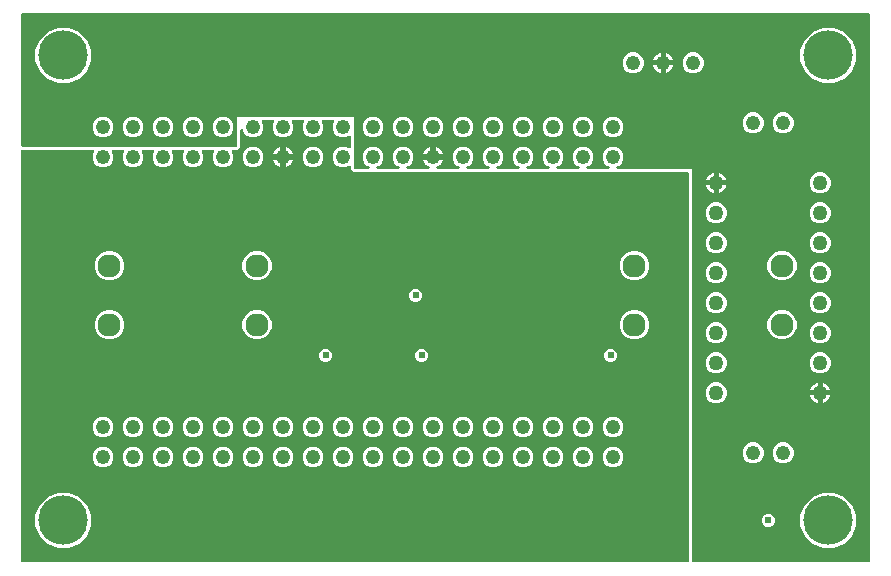
<source format=gbr>
G04 EAGLE Gerber RS-274X export*
G75*
%MOMM*%
%FSLAX34Y34*%
%LPD*%
%INCopper Layer 15*%
%IPPOS*%
%AMOC8*
5,1,8,0,0,1.08239X$1,22.5*%
G01*
%ADD10C,1.244600*%
%ADD11C,1.960000*%
%ADD12C,4.191000*%
%ADD13C,1.260000*%
%ADD14C,0.609600*%

G36*
X566538Y2556D02*
X566538Y2556D01*
X566657Y2563D01*
X566695Y2576D01*
X566736Y2581D01*
X566846Y2624D01*
X566959Y2661D01*
X566994Y2683D01*
X567031Y2698D01*
X567127Y2767D01*
X567228Y2831D01*
X567256Y2861D01*
X567289Y2884D01*
X567365Y2976D01*
X567446Y3063D01*
X567466Y3098D01*
X567491Y3129D01*
X567542Y3237D01*
X567600Y3341D01*
X567610Y3381D01*
X567627Y3417D01*
X567649Y3534D01*
X567679Y3649D01*
X567683Y3709D01*
X567687Y3729D01*
X567685Y3750D01*
X567689Y3810D01*
X567689Y331470D01*
X567674Y331588D01*
X567667Y331707D01*
X567654Y331745D01*
X567649Y331786D01*
X567606Y331896D01*
X567569Y332009D01*
X567547Y332044D01*
X567532Y332081D01*
X567463Y332177D01*
X567399Y332278D01*
X567369Y332306D01*
X567346Y332339D01*
X567254Y332415D01*
X567167Y332496D01*
X567132Y332516D01*
X567101Y332541D01*
X566993Y332592D01*
X566889Y332650D01*
X566849Y332660D01*
X566813Y332677D01*
X566696Y332699D01*
X566581Y332729D01*
X566521Y332733D01*
X566501Y332737D01*
X566480Y332735D01*
X566420Y332739D01*
X284172Y332739D01*
X281939Y334972D01*
X281939Y337189D01*
X281933Y337238D01*
X281935Y337288D01*
X281913Y337395D01*
X281899Y337505D01*
X281881Y337551D01*
X281871Y337599D01*
X281823Y337698D01*
X281782Y337800D01*
X281753Y337840D01*
X281731Y337885D01*
X281660Y337969D01*
X281596Y338058D01*
X281557Y338089D01*
X281525Y338127D01*
X281435Y338190D01*
X281351Y338260D01*
X281306Y338282D01*
X281265Y338310D01*
X281162Y338349D01*
X281063Y338396D01*
X281014Y338405D01*
X280968Y338423D01*
X280858Y338435D01*
X280751Y338456D01*
X280701Y338453D01*
X280652Y338458D01*
X280543Y338443D01*
X280433Y338436D01*
X280386Y338421D01*
X280337Y338414D01*
X280184Y338362D01*
X276743Y336936D01*
X273257Y336936D01*
X270036Y338270D01*
X267570Y340736D01*
X266236Y343957D01*
X266236Y347443D01*
X267570Y350664D01*
X270036Y353130D01*
X273257Y354464D01*
X276743Y354464D01*
X280184Y353038D01*
X280232Y353025D01*
X280277Y353004D01*
X280385Y352983D01*
X280491Y352954D01*
X280541Y352954D01*
X280590Y352944D01*
X280699Y352951D01*
X280809Y352949D01*
X280857Y352961D01*
X280907Y352964D01*
X281011Y352998D01*
X281118Y353024D01*
X281162Y353047D01*
X281209Y353062D01*
X281302Y353121D01*
X281399Y353172D01*
X281436Y353206D01*
X281478Y353232D01*
X281553Y353312D01*
X281635Y353386D01*
X281662Y353428D01*
X281696Y353464D01*
X281749Y353560D01*
X281809Y353652D01*
X281826Y353699D01*
X281850Y353742D01*
X281877Y353849D01*
X281913Y353953D01*
X281917Y354002D01*
X281929Y354050D01*
X281939Y354211D01*
X281939Y362589D01*
X281933Y362638D01*
X281935Y362688D01*
X281913Y362795D01*
X281899Y362905D01*
X281881Y362951D01*
X281871Y362999D01*
X281823Y363098D01*
X281782Y363200D01*
X281753Y363240D01*
X281731Y363285D01*
X281660Y363369D01*
X281596Y363458D01*
X281557Y363489D01*
X281525Y363527D01*
X281435Y363590D01*
X281351Y363660D01*
X281306Y363682D01*
X281265Y363710D01*
X281162Y363749D01*
X281063Y363796D01*
X281014Y363805D01*
X280968Y363823D01*
X280858Y363835D01*
X280751Y363856D01*
X280701Y363853D01*
X280652Y363858D01*
X280543Y363843D01*
X280433Y363836D01*
X280386Y363821D01*
X280337Y363814D01*
X280184Y363762D01*
X276743Y362336D01*
X273257Y362336D01*
X270036Y363670D01*
X267570Y366136D01*
X266236Y369357D01*
X266236Y372843D01*
X267310Y375434D01*
X267323Y375482D01*
X267344Y375527D01*
X267364Y375635D01*
X267393Y375741D01*
X267394Y375791D01*
X267404Y375840D01*
X267397Y375949D01*
X267399Y376059D01*
X267387Y376107D01*
X267384Y376157D01*
X267350Y376261D01*
X267324Y376368D01*
X267301Y376412D01*
X267286Y376459D01*
X267227Y376552D01*
X267176Y376649D01*
X267142Y376686D01*
X267116Y376728D01*
X267036Y376803D01*
X266962Y376885D01*
X266920Y376912D01*
X266884Y376946D01*
X266788Y376999D01*
X266696Y377059D01*
X266649Y377076D01*
X266606Y377100D01*
X266499Y377127D01*
X266395Y377163D01*
X266346Y377167D01*
X266298Y377179D01*
X266137Y377189D01*
X258463Y377189D01*
X258414Y377183D01*
X258364Y377185D01*
X258257Y377163D01*
X258148Y377149D01*
X258101Y377131D01*
X258053Y377121D01*
X257954Y377073D01*
X257852Y377032D01*
X257812Y377003D01*
X257767Y376981D01*
X257684Y376910D01*
X257595Y376846D01*
X257563Y376807D01*
X257525Y376775D01*
X257462Y376685D01*
X257392Y376601D01*
X257371Y376556D01*
X257342Y376515D01*
X257303Y376412D01*
X257256Y376313D01*
X257247Y376264D01*
X257229Y376218D01*
X257217Y376108D01*
X257196Y376001D01*
X257199Y375951D01*
X257194Y375902D01*
X257209Y375793D01*
X257216Y375683D01*
X257231Y375636D01*
X257238Y375587D01*
X257290Y375434D01*
X258364Y372843D01*
X258364Y369357D01*
X257030Y366136D01*
X254564Y363670D01*
X251343Y362336D01*
X247857Y362336D01*
X244636Y363670D01*
X242170Y366136D01*
X240836Y369357D01*
X240836Y372843D01*
X241910Y375434D01*
X241923Y375482D01*
X241944Y375527D01*
X241964Y375635D01*
X241993Y375741D01*
X241994Y375791D01*
X242004Y375840D01*
X241997Y375949D01*
X241999Y376059D01*
X241987Y376107D01*
X241984Y376157D01*
X241950Y376261D01*
X241924Y376368D01*
X241901Y376412D01*
X241886Y376459D01*
X241827Y376552D01*
X241776Y376649D01*
X241742Y376686D01*
X241716Y376728D01*
X241636Y376803D01*
X241562Y376885D01*
X241520Y376912D01*
X241484Y376946D01*
X241388Y376999D01*
X241296Y377059D01*
X241249Y377076D01*
X241206Y377100D01*
X241099Y377127D01*
X240995Y377163D01*
X240946Y377167D01*
X240898Y377179D01*
X240737Y377189D01*
X233063Y377189D01*
X233014Y377183D01*
X232964Y377185D01*
X232857Y377163D01*
X232748Y377149D01*
X232701Y377131D01*
X232653Y377121D01*
X232554Y377073D01*
X232452Y377032D01*
X232412Y377003D01*
X232367Y376981D01*
X232284Y376910D01*
X232195Y376846D01*
X232163Y376807D01*
X232125Y376775D01*
X232062Y376685D01*
X231992Y376601D01*
X231971Y376556D01*
X231942Y376515D01*
X231903Y376412D01*
X231856Y376313D01*
X231847Y376264D01*
X231829Y376218D01*
X231817Y376108D01*
X231796Y376001D01*
X231799Y375951D01*
X231794Y375902D01*
X231809Y375793D01*
X231816Y375683D01*
X231831Y375636D01*
X231838Y375587D01*
X231890Y375434D01*
X232964Y372843D01*
X232964Y369357D01*
X231630Y366136D01*
X229164Y363670D01*
X225943Y362336D01*
X222457Y362336D01*
X219236Y363670D01*
X216770Y366136D01*
X215436Y369357D01*
X215436Y372843D01*
X216510Y375434D01*
X216523Y375482D01*
X216544Y375527D01*
X216564Y375635D01*
X216593Y375741D01*
X216594Y375791D01*
X216604Y375840D01*
X216597Y375949D01*
X216599Y376059D01*
X216587Y376107D01*
X216584Y376157D01*
X216550Y376261D01*
X216524Y376368D01*
X216501Y376412D01*
X216486Y376459D01*
X216427Y376552D01*
X216376Y376649D01*
X216342Y376686D01*
X216316Y376728D01*
X216236Y376803D01*
X216162Y376885D01*
X216120Y376912D01*
X216084Y376946D01*
X215988Y376999D01*
X215896Y377059D01*
X215849Y377076D01*
X215806Y377100D01*
X215699Y377127D01*
X215595Y377163D01*
X215546Y377167D01*
X215498Y377179D01*
X215337Y377189D01*
X207663Y377189D01*
X207614Y377183D01*
X207564Y377185D01*
X207457Y377163D01*
X207348Y377149D01*
X207301Y377131D01*
X207253Y377121D01*
X207154Y377073D01*
X207052Y377032D01*
X207012Y377003D01*
X206967Y376981D01*
X206884Y376910D01*
X206795Y376846D01*
X206763Y376807D01*
X206725Y376775D01*
X206662Y376685D01*
X206592Y376601D01*
X206571Y376556D01*
X206542Y376515D01*
X206503Y376412D01*
X206456Y376313D01*
X206447Y376264D01*
X206429Y376218D01*
X206417Y376108D01*
X206396Y376001D01*
X206399Y375951D01*
X206394Y375902D01*
X206409Y375793D01*
X206416Y375683D01*
X206431Y375636D01*
X206438Y375587D01*
X206490Y375434D01*
X207564Y372843D01*
X207564Y369357D01*
X206230Y366136D01*
X203764Y363670D01*
X200543Y362336D01*
X197057Y362336D01*
X193836Y363670D01*
X191370Y366136D01*
X190403Y368472D01*
X190368Y368533D01*
X190342Y368598D01*
X190290Y368670D01*
X190245Y368749D01*
X190196Y368799D01*
X190156Y368855D01*
X190086Y368912D01*
X190024Y368977D01*
X189964Y369014D01*
X189911Y369058D01*
X189829Y369096D01*
X189753Y369143D01*
X189686Y369164D01*
X189623Y369194D01*
X189535Y369210D01*
X189449Y369237D01*
X189379Y369240D01*
X189310Y369253D01*
X189221Y369248D01*
X189131Y369252D01*
X189063Y369238D01*
X188993Y369234D01*
X188908Y369206D01*
X188820Y369188D01*
X188757Y369157D01*
X188691Y369136D01*
X188615Y369088D01*
X188534Y369048D01*
X188481Y369003D01*
X188422Y368965D01*
X188360Y368900D01*
X188292Y368842D01*
X188252Y368785D01*
X188204Y368734D01*
X188161Y368655D01*
X188109Y368582D01*
X188084Y368516D01*
X188050Y368455D01*
X188028Y368368D01*
X187996Y368284D01*
X187988Y368215D01*
X187971Y368147D01*
X187961Y367987D01*
X187961Y354022D01*
X185728Y351789D01*
X182263Y351789D01*
X182214Y351783D01*
X182164Y351785D01*
X182057Y351763D01*
X181948Y351749D01*
X181901Y351731D01*
X181853Y351721D01*
X181754Y351673D01*
X181652Y351632D01*
X181612Y351603D01*
X181567Y351581D01*
X181484Y351510D01*
X181395Y351446D01*
X181363Y351407D01*
X181325Y351375D01*
X181262Y351285D01*
X181192Y351201D01*
X181171Y351156D01*
X181142Y351115D01*
X181103Y351012D01*
X181056Y350913D01*
X181047Y350864D01*
X181029Y350818D01*
X181017Y350708D01*
X180996Y350601D01*
X180999Y350551D01*
X180994Y350502D01*
X181009Y350393D01*
X181016Y350283D01*
X181031Y350236D01*
X181038Y350187D01*
X181090Y350034D01*
X182164Y347443D01*
X182164Y343957D01*
X180830Y340736D01*
X178364Y338270D01*
X175143Y336936D01*
X171657Y336936D01*
X168436Y338270D01*
X165970Y340736D01*
X164636Y343957D01*
X164636Y347443D01*
X165710Y350034D01*
X165723Y350082D01*
X165744Y350127D01*
X165764Y350235D01*
X165793Y350341D01*
X165794Y350391D01*
X165804Y350440D01*
X165797Y350549D01*
X165799Y350659D01*
X165787Y350707D01*
X165784Y350757D01*
X165750Y350861D01*
X165724Y350968D01*
X165701Y351012D01*
X165686Y351059D01*
X165627Y351152D01*
X165576Y351249D01*
X165542Y351286D01*
X165516Y351328D01*
X165436Y351403D01*
X165362Y351485D01*
X165320Y351512D01*
X165284Y351546D01*
X165188Y351599D01*
X165096Y351659D01*
X165049Y351676D01*
X165006Y351700D01*
X164899Y351727D01*
X164795Y351763D01*
X164746Y351767D01*
X164698Y351779D01*
X164537Y351789D01*
X156863Y351789D01*
X156814Y351783D01*
X156764Y351785D01*
X156657Y351763D01*
X156548Y351749D01*
X156501Y351731D01*
X156453Y351721D01*
X156354Y351673D01*
X156252Y351632D01*
X156212Y351603D01*
X156167Y351581D01*
X156084Y351510D01*
X155995Y351446D01*
X155963Y351407D01*
X155925Y351375D01*
X155862Y351285D01*
X155792Y351201D01*
X155771Y351156D01*
X155742Y351115D01*
X155703Y351012D01*
X155656Y350913D01*
X155647Y350864D01*
X155629Y350818D01*
X155617Y350708D01*
X155596Y350601D01*
X155599Y350551D01*
X155594Y350502D01*
X155609Y350393D01*
X155616Y350283D01*
X155631Y350236D01*
X155638Y350187D01*
X155690Y350034D01*
X156764Y347443D01*
X156764Y343957D01*
X155430Y340736D01*
X152964Y338270D01*
X149743Y336936D01*
X146257Y336936D01*
X143036Y338270D01*
X140570Y340736D01*
X139236Y343957D01*
X139236Y347443D01*
X140310Y350034D01*
X140323Y350082D01*
X140344Y350127D01*
X140364Y350235D01*
X140393Y350341D01*
X140394Y350391D01*
X140404Y350440D01*
X140397Y350549D01*
X140399Y350659D01*
X140387Y350707D01*
X140384Y350757D01*
X140350Y350861D01*
X140324Y350968D01*
X140301Y351012D01*
X140286Y351059D01*
X140227Y351152D01*
X140176Y351249D01*
X140142Y351286D01*
X140116Y351328D01*
X140036Y351403D01*
X139962Y351485D01*
X139920Y351512D01*
X139884Y351546D01*
X139788Y351599D01*
X139696Y351659D01*
X139649Y351676D01*
X139606Y351700D01*
X139499Y351727D01*
X139395Y351763D01*
X139346Y351767D01*
X139298Y351779D01*
X139137Y351789D01*
X131463Y351789D01*
X131414Y351783D01*
X131364Y351785D01*
X131257Y351763D01*
X131148Y351749D01*
X131101Y351731D01*
X131053Y351721D01*
X130954Y351673D01*
X130852Y351632D01*
X130812Y351603D01*
X130767Y351581D01*
X130684Y351510D01*
X130595Y351446D01*
X130563Y351407D01*
X130525Y351375D01*
X130462Y351285D01*
X130392Y351201D01*
X130371Y351156D01*
X130342Y351115D01*
X130303Y351012D01*
X130256Y350913D01*
X130247Y350864D01*
X130229Y350818D01*
X130217Y350708D01*
X130196Y350601D01*
X130199Y350551D01*
X130194Y350502D01*
X130209Y350393D01*
X130216Y350283D01*
X130231Y350236D01*
X130238Y350187D01*
X130290Y350034D01*
X131364Y347443D01*
X131364Y343957D01*
X130030Y340736D01*
X127564Y338270D01*
X124343Y336936D01*
X120857Y336936D01*
X117636Y338270D01*
X115170Y340736D01*
X113836Y343957D01*
X113836Y347443D01*
X114910Y350034D01*
X114923Y350082D01*
X114944Y350127D01*
X114964Y350235D01*
X114993Y350341D01*
X114994Y350391D01*
X115004Y350440D01*
X114997Y350549D01*
X114999Y350659D01*
X114987Y350707D01*
X114984Y350757D01*
X114950Y350861D01*
X114924Y350968D01*
X114901Y351012D01*
X114886Y351059D01*
X114827Y351152D01*
X114776Y351249D01*
X114742Y351286D01*
X114716Y351328D01*
X114636Y351403D01*
X114562Y351485D01*
X114520Y351512D01*
X114484Y351546D01*
X114388Y351599D01*
X114296Y351659D01*
X114249Y351676D01*
X114206Y351700D01*
X114099Y351727D01*
X113995Y351763D01*
X113946Y351767D01*
X113898Y351779D01*
X113737Y351789D01*
X106063Y351789D01*
X106014Y351783D01*
X105964Y351785D01*
X105857Y351763D01*
X105748Y351749D01*
X105701Y351731D01*
X105653Y351721D01*
X105554Y351673D01*
X105452Y351632D01*
X105412Y351603D01*
X105367Y351581D01*
X105284Y351510D01*
X105195Y351446D01*
X105163Y351407D01*
X105125Y351375D01*
X105062Y351285D01*
X104992Y351201D01*
X104971Y351156D01*
X104942Y351115D01*
X104903Y351012D01*
X104856Y350913D01*
X104847Y350864D01*
X104829Y350818D01*
X104817Y350708D01*
X104796Y350601D01*
X104799Y350551D01*
X104794Y350502D01*
X104809Y350393D01*
X104816Y350283D01*
X104831Y350236D01*
X104838Y350187D01*
X104890Y350034D01*
X105964Y347443D01*
X105964Y343957D01*
X104630Y340736D01*
X102164Y338270D01*
X98943Y336936D01*
X95457Y336936D01*
X92236Y338270D01*
X89770Y340736D01*
X88436Y343957D01*
X88436Y347443D01*
X89510Y350034D01*
X89523Y350082D01*
X89544Y350127D01*
X89564Y350235D01*
X89593Y350341D01*
X89594Y350391D01*
X89604Y350440D01*
X89597Y350549D01*
X89599Y350659D01*
X89587Y350707D01*
X89584Y350757D01*
X89550Y350861D01*
X89524Y350968D01*
X89501Y351012D01*
X89486Y351059D01*
X89427Y351152D01*
X89376Y351249D01*
X89342Y351286D01*
X89316Y351328D01*
X89236Y351403D01*
X89162Y351485D01*
X89120Y351512D01*
X89084Y351546D01*
X88988Y351599D01*
X88896Y351659D01*
X88849Y351676D01*
X88806Y351700D01*
X88699Y351727D01*
X88595Y351763D01*
X88546Y351767D01*
X88498Y351779D01*
X88337Y351789D01*
X80663Y351789D01*
X80614Y351783D01*
X80564Y351785D01*
X80457Y351763D01*
X80348Y351749D01*
X80301Y351731D01*
X80253Y351721D01*
X80154Y351673D01*
X80052Y351632D01*
X80012Y351603D01*
X79967Y351581D01*
X79884Y351510D01*
X79795Y351446D01*
X79763Y351407D01*
X79725Y351375D01*
X79662Y351285D01*
X79592Y351201D01*
X79571Y351156D01*
X79542Y351115D01*
X79503Y351012D01*
X79456Y350913D01*
X79447Y350864D01*
X79429Y350818D01*
X79417Y350708D01*
X79396Y350601D01*
X79399Y350551D01*
X79394Y350502D01*
X79409Y350393D01*
X79416Y350283D01*
X79431Y350236D01*
X79438Y350187D01*
X79490Y350034D01*
X80564Y347443D01*
X80564Y343957D01*
X79230Y340736D01*
X76764Y338270D01*
X73543Y336936D01*
X70057Y336936D01*
X66836Y338270D01*
X64370Y340736D01*
X63036Y343957D01*
X63036Y347443D01*
X64110Y350034D01*
X64123Y350082D01*
X64144Y350127D01*
X64164Y350235D01*
X64193Y350341D01*
X64194Y350391D01*
X64204Y350440D01*
X64197Y350549D01*
X64199Y350659D01*
X64187Y350707D01*
X64184Y350757D01*
X64150Y350861D01*
X64124Y350968D01*
X64101Y351012D01*
X64086Y351059D01*
X64027Y351152D01*
X63976Y351249D01*
X63942Y351286D01*
X63916Y351328D01*
X63836Y351403D01*
X63762Y351485D01*
X63720Y351512D01*
X63684Y351546D01*
X63588Y351599D01*
X63496Y351659D01*
X63449Y351676D01*
X63406Y351700D01*
X63299Y351727D01*
X63195Y351763D01*
X63146Y351767D01*
X63098Y351779D01*
X62937Y351789D01*
X3810Y351789D01*
X3692Y351774D01*
X3573Y351767D01*
X3535Y351754D01*
X3494Y351749D01*
X3384Y351706D01*
X3271Y351669D01*
X3236Y351647D01*
X3199Y351632D01*
X3103Y351563D01*
X3002Y351499D01*
X2974Y351469D01*
X2941Y351446D01*
X2865Y351354D01*
X2784Y351267D01*
X2764Y351232D01*
X2739Y351201D01*
X2688Y351093D01*
X2630Y350989D01*
X2620Y350949D01*
X2603Y350913D01*
X2581Y350796D01*
X2551Y350681D01*
X2547Y350621D01*
X2543Y350601D01*
X2545Y350580D01*
X2541Y350520D01*
X2541Y3810D01*
X2556Y3692D01*
X2563Y3573D01*
X2576Y3535D01*
X2581Y3494D01*
X2624Y3384D01*
X2661Y3271D01*
X2683Y3236D01*
X2698Y3199D01*
X2767Y3103D01*
X2831Y3002D01*
X2861Y2974D01*
X2884Y2941D01*
X2976Y2865D01*
X3063Y2784D01*
X3098Y2764D01*
X3129Y2739D01*
X3237Y2688D01*
X3341Y2630D01*
X3381Y2620D01*
X3417Y2603D01*
X3534Y2581D01*
X3649Y2551D01*
X3709Y2547D01*
X3729Y2543D01*
X3750Y2545D01*
X3810Y2541D01*
X566420Y2541D01*
X566538Y2556D01*
G37*
G36*
X720208Y2556D02*
X720208Y2556D01*
X720327Y2563D01*
X720365Y2576D01*
X720406Y2581D01*
X720516Y2624D01*
X720629Y2661D01*
X720664Y2683D01*
X720701Y2698D01*
X720797Y2767D01*
X720898Y2831D01*
X720926Y2861D01*
X720959Y2884D01*
X721035Y2976D01*
X721116Y3063D01*
X721136Y3098D01*
X721161Y3129D01*
X721212Y3237D01*
X721270Y3341D01*
X721280Y3381D01*
X721297Y3417D01*
X721319Y3534D01*
X721349Y3649D01*
X721353Y3709D01*
X721357Y3729D01*
X721355Y3750D01*
X721359Y3810D01*
X721359Y466090D01*
X721344Y466208D01*
X721337Y466327D01*
X721324Y466365D01*
X721319Y466406D01*
X721276Y466516D01*
X721239Y466629D01*
X721217Y466664D01*
X721202Y466701D01*
X721133Y466797D01*
X721069Y466898D01*
X721039Y466926D01*
X721016Y466959D01*
X720924Y467035D01*
X720837Y467116D01*
X720802Y467136D01*
X720771Y467161D01*
X720663Y467212D01*
X720559Y467270D01*
X720519Y467280D01*
X720483Y467297D01*
X720366Y467319D01*
X720251Y467349D01*
X720191Y467353D01*
X720171Y467357D01*
X720150Y467355D01*
X720090Y467359D01*
X3810Y467359D01*
X3692Y467344D01*
X3573Y467337D01*
X3535Y467324D01*
X3494Y467319D01*
X3384Y467276D01*
X3271Y467239D01*
X3236Y467217D01*
X3199Y467202D01*
X3103Y467133D01*
X3002Y467069D01*
X2974Y467039D01*
X2941Y467016D01*
X2865Y466924D01*
X2784Y466837D01*
X2764Y466802D01*
X2739Y466771D01*
X2688Y466663D01*
X2630Y466559D01*
X2620Y466519D01*
X2603Y466483D01*
X2581Y466366D01*
X2551Y466251D01*
X2547Y466191D01*
X2543Y466171D01*
X2545Y466150D01*
X2541Y466090D01*
X2541Y355600D01*
X2556Y355482D01*
X2563Y355363D01*
X2576Y355325D01*
X2581Y355284D01*
X2624Y355174D01*
X2661Y355061D01*
X2683Y355026D01*
X2698Y354989D01*
X2767Y354893D01*
X2831Y354792D01*
X2861Y354764D01*
X2884Y354731D01*
X2976Y354656D01*
X3063Y354574D01*
X3098Y354554D01*
X3129Y354529D01*
X3237Y354478D01*
X3341Y354420D01*
X3381Y354410D01*
X3417Y354393D01*
X3534Y354371D01*
X3649Y354341D01*
X3709Y354337D01*
X3729Y354333D01*
X3750Y354335D01*
X3810Y354331D01*
X69483Y354331D01*
X69492Y354332D01*
X69502Y354331D01*
X69650Y354352D01*
X69799Y354371D01*
X69807Y354374D01*
X69817Y354375D01*
X69969Y354427D01*
X70057Y354464D01*
X73543Y354464D01*
X73631Y354427D01*
X73640Y354425D01*
X73648Y354420D01*
X73793Y354383D01*
X73938Y354343D01*
X73947Y354343D01*
X73956Y354341D01*
X74117Y354331D01*
X94883Y354331D01*
X94892Y354332D01*
X94902Y354331D01*
X95050Y354352D01*
X95199Y354371D01*
X95207Y354374D01*
X95217Y354375D01*
X95369Y354427D01*
X95457Y354464D01*
X98943Y354464D01*
X99031Y354427D01*
X99040Y354425D01*
X99048Y354420D01*
X99193Y354383D01*
X99338Y354343D01*
X99347Y354343D01*
X99356Y354341D01*
X99517Y354331D01*
X120283Y354331D01*
X120292Y354332D01*
X120302Y354331D01*
X120450Y354352D01*
X120599Y354371D01*
X120607Y354374D01*
X120617Y354375D01*
X120769Y354427D01*
X120857Y354464D01*
X124343Y354464D01*
X124431Y354427D01*
X124440Y354425D01*
X124448Y354420D01*
X124593Y354383D01*
X124738Y354343D01*
X124747Y354343D01*
X124756Y354341D01*
X124917Y354331D01*
X145683Y354331D01*
X145692Y354332D01*
X145702Y354331D01*
X145850Y354352D01*
X145999Y354371D01*
X146007Y354374D01*
X146017Y354375D01*
X146169Y354427D01*
X146257Y354464D01*
X149743Y354464D01*
X149831Y354427D01*
X149840Y354425D01*
X149848Y354420D01*
X149993Y354383D01*
X150138Y354343D01*
X150147Y354343D01*
X150156Y354341D01*
X150317Y354331D01*
X171083Y354331D01*
X171092Y354332D01*
X171102Y354331D01*
X171250Y354352D01*
X171399Y354371D01*
X171407Y354374D01*
X171417Y354375D01*
X171569Y354427D01*
X171657Y354464D01*
X175143Y354464D01*
X175231Y354427D01*
X175240Y354425D01*
X175248Y354420D01*
X175393Y354383D01*
X175538Y354343D01*
X175547Y354343D01*
X175556Y354341D01*
X175717Y354331D01*
X184150Y354331D01*
X184268Y354346D01*
X184387Y354353D01*
X184425Y354366D01*
X184466Y354371D01*
X184576Y354414D01*
X184689Y354451D01*
X184724Y354473D01*
X184761Y354488D01*
X184857Y354558D01*
X184958Y354621D01*
X184986Y354651D01*
X185019Y354674D01*
X185095Y354766D01*
X185176Y354853D01*
X185196Y354888D01*
X185221Y354919D01*
X185272Y355027D01*
X185330Y355131D01*
X185340Y355171D01*
X185357Y355207D01*
X185379Y355324D01*
X185409Y355439D01*
X185413Y355500D01*
X185417Y355520D01*
X185415Y355540D01*
X185419Y355600D01*
X185419Y379731D01*
X196483Y379731D01*
X196492Y379732D01*
X196502Y379731D01*
X196651Y379752D01*
X196799Y379771D01*
X196807Y379774D01*
X196817Y379775D01*
X196969Y379827D01*
X197057Y379864D01*
X200543Y379864D01*
X200631Y379827D01*
X200640Y379825D01*
X200648Y379820D01*
X200793Y379783D01*
X200938Y379743D01*
X200947Y379743D01*
X200956Y379741D01*
X201117Y379731D01*
X221883Y379731D01*
X221892Y379732D01*
X221902Y379731D01*
X222051Y379752D01*
X222199Y379771D01*
X222207Y379774D01*
X222217Y379775D01*
X222369Y379827D01*
X222457Y379864D01*
X225943Y379864D01*
X226031Y379827D01*
X226040Y379825D01*
X226048Y379820D01*
X226193Y379783D01*
X226338Y379743D01*
X226347Y379743D01*
X226356Y379741D01*
X226517Y379731D01*
X247283Y379731D01*
X247292Y379732D01*
X247302Y379731D01*
X247451Y379752D01*
X247599Y379771D01*
X247607Y379774D01*
X247617Y379775D01*
X247769Y379827D01*
X247857Y379864D01*
X251343Y379864D01*
X251431Y379827D01*
X251440Y379825D01*
X251448Y379820D01*
X251593Y379783D01*
X251738Y379743D01*
X251747Y379743D01*
X251756Y379741D01*
X251917Y379731D01*
X272683Y379731D01*
X272692Y379732D01*
X272702Y379731D01*
X272851Y379752D01*
X272999Y379771D01*
X273007Y379774D01*
X273017Y379775D01*
X273169Y379827D01*
X273257Y379864D01*
X276743Y379864D01*
X276831Y379827D01*
X276840Y379825D01*
X276848Y379820D01*
X276993Y379783D01*
X277138Y379743D01*
X277147Y379743D01*
X277156Y379741D01*
X277317Y379731D01*
X284481Y379731D01*
X284481Y336550D01*
X284496Y336432D01*
X284503Y336313D01*
X284516Y336275D01*
X284521Y336234D01*
X284564Y336124D01*
X284601Y336011D01*
X284623Y335976D01*
X284638Y335939D01*
X284708Y335843D01*
X284771Y335742D01*
X284801Y335714D01*
X284824Y335681D01*
X284916Y335606D01*
X285003Y335524D01*
X285038Y335504D01*
X285069Y335479D01*
X285177Y335428D01*
X285281Y335370D01*
X285321Y335360D01*
X285357Y335343D01*
X285474Y335321D01*
X285589Y335291D01*
X285650Y335287D01*
X285670Y335283D01*
X285690Y335285D01*
X285750Y335281D01*
X296273Y335281D01*
X296342Y335290D01*
X296412Y335288D01*
X296499Y335309D01*
X296588Y335321D01*
X296653Y335346D01*
X296721Y335363D01*
X296800Y335405D01*
X296884Y335438D01*
X296940Y335479D01*
X297002Y335511D01*
X297069Y335572D01*
X297141Y335624D01*
X297186Y335678D01*
X297237Y335725D01*
X297287Y335800D01*
X297344Y335869D01*
X297374Y335933D01*
X297412Y335991D01*
X297441Y336076D01*
X297480Y336157D01*
X297493Y336226D01*
X297515Y336292D01*
X297522Y336381D01*
X297539Y336470D01*
X297535Y336539D01*
X297541Y336609D01*
X297525Y336697D01*
X297520Y336787D01*
X297498Y336853D01*
X297486Y336922D01*
X297449Y337004D01*
X297422Y337089D01*
X297384Y337148D01*
X297356Y337212D01*
X297299Y337282D01*
X297251Y337358D01*
X297201Y337406D01*
X297157Y337460D01*
X297085Y337515D01*
X297020Y337576D01*
X296959Y337610D01*
X296903Y337652D01*
X296758Y337723D01*
X295436Y338271D01*
X292970Y340736D01*
X291636Y343957D01*
X291636Y347443D01*
X292970Y350664D01*
X295436Y353130D01*
X298657Y354464D01*
X302143Y354464D01*
X305364Y353130D01*
X307830Y350664D01*
X309164Y347443D01*
X309164Y343957D01*
X307830Y340736D01*
X305364Y338271D01*
X304042Y337723D01*
X303981Y337688D01*
X303916Y337662D01*
X303844Y337610D01*
X303765Y337565D01*
X303715Y337517D01*
X303659Y337476D01*
X303601Y337406D01*
X303537Y337344D01*
X303501Y337284D01*
X303456Y337231D01*
X303418Y337149D01*
X303371Y337073D01*
X303350Y337006D01*
X303320Y336943D01*
X303304Y336855D01*
X303277Y336769D01*
X303274Y336699D01*
X303261Y336631D01*
X303266Y336541D01*
X303262Y336451D01*
X303276Y336383D01*
X303280Y336313D01*
X303308Y336228D01*
X303326Y336140D01*
X303357Y336077D01*
X303378Y336011D01*
X303427Y335935D01*
X303466Y335854D01*
X303511Y335801D01*
X303549Y335742D01*
X303614Y335680D01*
X303672Y335612D01*
X303729Y335572D01*
X303780Y335524D01*
X303859Y335481D01*
X303932Y335429D01*
X303998Y335404D01*
X304059Y335370D01*
X304146Y335348D01*
X304230Y335316D01*
X304299Y335308D01*
X304367Y335291D01*
X304527Y335281D01*
X321673Y335281D01*
X321742Y335290D01*
X321812Y335288D01*
X321899Y335309D01*
X321988Y335321D01*
X322053Y335346D01*
X322121Y335363D01*
X322200Y335405D01*
X322284Y335438D01*
X322340Y335479D01*
X322402Y335511D01*
X322469Y335572D01*
X322541Y335624D01*
X322586Y335678D01*
X322637Y335725D01*
X322687Y335800D01*
X322744Y335869D01*
X322774Y335933D01*
X322812Y335991D01*
X322841Y336076D01*
X322880Y336157D01*
X322893Y336226D01*
X322915Y336292D01*
X322922Y336381D01*
X322939Y336470D01*
X322935Y336539D01*
X322941Y336609D01*
X322925Y336697D01*
X322920Y336787D01*
X322898Y336853D01*
X322886Y336922D01*
X322849Y337004D01*
X322822Y337089D01*
X322784Y337148D01*
X322756Y337212D01*
X322699Y337282D01*
X322651Y337358D01*
X322601Y337406D01*
X322557Y337460D01*
X322485Y337515D01*
X322420Y337576D01*
X322359Y337610D01*
X322303Y337652D01*
X322158Y337723D01*
X320836Y338271D01*
X318370Y340736D01*
X317036Y343957D01*
X317036Y347443D01*
X318370Y350664D01*
X320836Y353130D01*
X324057Y354464D01*
X327543Y354464D01*
X330764Y353130D01*
X333230Y350664D01*
X334564Y347443D01*
X334564Y343957D01*
X333230Y340736D01*
X330764Y338271D01*
X329442Y337723D01*
X329381Y337688D01*
X329316Y337662D01*
X329244Y337610D01*
X329165Y337565D01*
X329115Y337517D01*
X329059Y337476D01*
X329001Y337406D01*
X328937Y337344D01*
X328901Y337284D01*
X328856Y337231D01*
X328818Y337149D01*
X328771Y337073D01*
X328750Y337006D01*
X328720Y336943D01*
X328704Y336855D01*
X328677Y336769D01*
X328674Y336699D01*
X328661Y336631D01*
X328666Y336541D01*
X328662Y336451D01*
X328676Y336383D01*
X328680Y336313D01*
X328708Y336228D01*
X328726Y336140D01*
X328757Y336077D01*
X328778Y336011D01*
X328827Y335935D01*
X328866Y335854D01*
X328911Y335801D01*
X328949Y335742D01*
X329014Y335680D01*
X329072Y335612D01*
X329129Y335572D01*
X329180Y335524D01*
X329259Y335481D01*
X329332Y335429D01*
X329398Y335404D01*
X329459Y335370D01*
X329546Y335348D01*
X329630Y335316D01*
X329699Y335308D01*
X329767Y335291D01*
X329927Y335281D01*
X347073Y335281D01*
X347142Y335290D01*
X347212Y335288D01*
X347299Y335309D01*
X347388Y335321D01*
X347453Y335346D01*
X347521Y335363D01*
X347600Y335405D01*
X347684Y335438D01*
X347740Y335479D01*
X347802Y335511D01*
X347869Y335572D01*
X347941Y335624D01*
X347986Y335678D01*
X348037Y335725D01*
X348087Y335800D01*
X348144Y335869D01*
X348174Y335933D01*
X348212Y335991D01*
X348241Y336076D01*
X348280Y336157D01*
X348293Y336226D01*
X348315Y336292D01*
X348322Y336381D01*
X348339Y336470D01*
X348335Y336539D01*
X348341Y336609D01*
X348325Y336697D01*
X348320Y336787D01*
X348298Y336853D01*
X348286Y336922D01*
X348249Y337004D01*
X348222Y337089D01*
X348184Y337148D01*
X348156Y337212D01*
X348099Y337282D01*
X348051Y337358D01*
X348001Y337406D01*
X347957Y337461D01*
X347885Y337515D01*
X347820Y337576D01*
X347759Y337610D01*
X347703Y337652D01*
X347558Y337723D01*
X347049Y337934D01*
X345613Y338893D01*
X344393Y340113D01*
X343434Y341549D01*
X342773Y343144D01*
X342707Y343478D01*
X350247Y343478D01*
X350366Y343493D01*
X350484Y343501D01*
X350523Y343513D01*
X350563Y343518D01*
X350674Y343562D01*
X350787Y343599D01*
X350821Y343620D01*
X350859Y343635D01*
X350955Y343705D01*
X351055Y343769D01*
X351083Y343798D01*
X351116Y343822D01*
X351192Y343914D01*
X351196Y343918D01*
X351203Y343912D01*
X351227Y343879D01*
X351319Y343803D01*
X351406Y343721D01*
X351441Y343702D01*
X351472Y343676D01*
X351580Y343625D01*
X351684Y343568D01*
X351723Y343558D01*
X351760Y343541D01*
X351877Y343518D01*
X351992Y343488D01*
X352052Y343485D01*
X352072Y343481D01*
X352093Y343482D01*
X352153Y343478D01*
X359693Y343478D01*
X359627Y343144D01*
X358966Y341549D01*
X358007Y340113D01*
X356787Y338893D01*
X355351Y337934D01*
X354842Y337723D01*
X354781Y337688D01*
X354716Y337662D01*
X354644Y337610D01*
X354565Y337565D01*
X354515Y337517D01*
X354459Y337476D01*
X354401Y337406D01*
X354337Y337344D01*
X354301Y337284D01*
X354256Y337231D01*
X354218Y337149D01*
X354171Y337073D01*
X354150Y337006D01*
X354120Y336943D01*
X354104Y336855D01*
X354077Y336769D01*
X354074Y336699D01*
X354061Y336631D01*
X354066Y336541D01*
X354062Y336451D01*
X354076Y336383D01*
X354080Y336313D01*
X354108Y336228D01*
X354126Y336140D01*
X354157Y336077D01*
X354178Y336011D01*
X354226Y335935D01*
X354266Y335854D01*
X354311Y335801D01*
X354349Y335742D01*
X354414Y335680D01*
X354472Y335612D01*
X354529Y335572D01*
X354580Y335524D01*
X354659Y335481D01*
X354732Y335429D01*
X354798Y335404D01*
X354859Y335370D01*
X354946Y335348D01*
X355030Y335316D01*
X355099Y335308D01*
X355167Y335291D01*
X355327Y335281D01*
X372473Y335281D01*
X372542Y335290D01*
X372612Y335288D01*
X372699Y335309D01*
X372788Y335321D01*
X372853Y335346D01*
X372921Y335363D01*
X373000Y335405D01*
X373084Y335438D01*
X373140Y335479D01*
X373202Y335511D01*
X373269Y335572D01*
X373341Y335624D01*
X373386Y335678D01*
X373437Y335725D01*
X373487Y335800D01*
X373544Y335869D01*
X373574Y335933D01*
X373612Y335991D01*
X373641Y336076D01*
X373680Y336157D01*
X373693Y336226D01*
X373715Y336292D01*
X373722Y336381D01*
X373739Y336470D01*
X373735Y336539D01*
X373741Y336609D01*
X373725Y336697D01*
X373720Y336787D01*
X373698Y336853D01*
X373686Y336922D01*
X373649Y337004D01*
X373622Y337089D01*
X373584Y337148D01*
X373556Y337212D01*
X373499Y337282D01*
X373451Y337358D01*
X373401Y337406D01*
X373357Y337460D01*
X373285Y337515D01*
X373220Y337576D01*
X373159Y337610D01*
X373103Y337652D01*
X372958Y337723D01*
X371636Y338271D01*
X369170Y340736D01*
X367836Y343957D01*
X367836Y347443D01*
X369170Y350664D01*
X371636Y353130D01*
X374857Y354464D01*
X378343Y354464D01*
X381564Y353130D01*
X384030Y350664D01*
X385364Y347443D01*
X385364Y343957D01*
X384030Y340736D01*
X381564Y338271D01*
X380242Y337723D01*
X380181Y337688D01*
X380116Y337662D01*
X380044Y337610D01*
X379965Y337565D01*
X379915Y337517D01*
X379859Y337476D01*
X379801Y337406D01*
X379737Y337344D01*
X379701Y337284D01*
X379656Y337231D01*
X379618Y337149D01*
X379571Y337073D01*
X379550Y337006D01*
X379520Y336943D01*
X379504Y336855D01*
X379477Y336769D01*
X379474Y336699D01*
X379461Y336631D01*
X379466Y336541D01*
X379462Y336451D01*
X379476Y336383D01*
X379480Y336313D01*
X379508Y336228D01*
X379526Y336140D01*
X379557Y336077D01*
X379578Y336011D01*
X379627Y335935D01*
X379666Y335854D01*
X379711Y335801D01*
X379749Y335742D01*
X379814Y335680D01*
X379872Y335612D01*
X379929Y335572D01*
X379980Y335524D01*
X380059Y335481D01*
X380132Y335429D01*
X380198Y335404D01*
X380259Y335370D01*
X380346Y335348D01*
X380430Y335316D01*
X380499Y335308D01*
X380567Y335291D01*
X380727Y335281D01*
X397873Y335281D01*
X397942Y335290D01*
X398012Y335288D01*
X398099Y335309D01*
X398188Y335321D01*
X398253Y335346D01*
X398321Y335363D01*
X398400Y335405D01*
X398484Y335438D01*
X398540Y335479D01*
X398602Y335511D01*
X398669Y335572D01*
X398741Y335624D01*
X398786Y335678D01*
X398837Y335725D01*
X398887Y335800D01*
X398944Y335869D01*
X398974Y335933D01*
X399012Y335991D01*
X399041Y336076D01*
X399080Y336157D01*
X399093Y336226D01*
X399115Y336292D01*
X399122Y336381D01*
X399139Y336470D01*
X399135Y336539D01*
X399141Y336609D01*
X399125Y336697D01*
X399120Y336787D01*
X399098Y336853D01*
X399086Y336922D01*
X399049Y337004D01*
X399022Y337089D01*
X398984Y337148D01*
X398956Y337212D01*
X398899Y337282D01*
X398851Y337358D01*
X398801Y337406D01*
X398757Y337460D01*
X398685Y337515D01*
X398620Y337576D01*
X398559Y337610D01*
X398503Y337652D01*
X398358Y337723D01*
X397036Y338271D01*
X394570Y340736D01*
X393236Y343957D01*
X393236Y347443D01*
X394570Y350664D01*
X397036Y353130D01*
X400257Y354464D01*
X403743Y354464D01*
X406964Y353130D01*
X409430Y350664D01*
X410764Y347443D01*
X410764Y343957D01*
X409430Y340736D01*
X406964Y338271D01*
X405642Y337723D01*
X405581Y337688D01*
X405516Y337662D01*
X405444Y337610D01*
X405365Y337565D01*
X405315Y337517D01*
X405259Y337476D01*
X405201Y337406D01*
X405137Y337344D01*
X405101Y337284D01*
X405056Y337231D01*
X405018Y337149D01*
X404971Y337073D01*
X404950Y337006D01*
X404920Y336943D01*
X404904Y336855D01*
X404877Y336769D01*
X404874Y336699D01*
X404861Y336631D01*
X404866Y336541D01*
X404862Y336451D01*
X404876Y336383D01*
X404880Y336313D01*
X404908Y336228D01*
X404926Y336140D01*
X404957Y336077D01*
X404978Y336011D01*
X405027Y335935D01*
X405066Y335854D01*
X405111Y335801D01*
X405149Y335742D01*
X405214Y335680D01*
X405272Y335612D01*
X405329Y335572D01*
X405380Y335524D01*
X405459Y335481D01*
X405532Y335429D01*
X405598Y335404D01*
X405659Y335370D01*
X405746Y335348D01*
X405830Y335316D01*
X405899Y335308D01*
X405967Y335291D01*
X406127Y335281D01*
X423273Y335281D01*
X423342Y335290D01*
X423412Y335288D01*
X423499Y335309D01*
X423588Y335321D01*
X423653Y335346D01*
X423721Y335363D01*
X423800Y335405D01*
X423884Y335438D01*
X423940Y335479D01*
X424002Y335511D01*
X424069Y335572D01*
X424141Y335624D01*
X424186Y335678D01*
X424237Y335725D01*
X424287Y335800D01*
X424344Y335869D01*
X424374Y335933D01*
X424412Y335991D01*
X424441Y336076D01*
X424480Y336157D01*
X424493Y336226D01*
X424515Y336292D01*
X424522Y336381D01*
X424539Y336470D01*
X424535Y336539D01*
X424541Y336609D01*
X424525Y336697D01*
X424520Y336787D01*
X424498Y336853D01*
X424486Y336922D01*
X424449Y337004D01*
X424422Y337089D01*
X424384Y337148D01*
X424356Y337212D01*
X424299Y337282D01*
X424251Y337358D01*
X424201Y337406D01*
X424157Y337460D01*
X424085Y337515D01*
X424020Y337576D01*
X423959Y337610D01*
X423903Y337652D01*
X423758Y337723D01*
X422436Y338271D01*
X419970Y340736D01*
X418636Y343957D01*
X418636Y347443D01*
X419970Y350664D01*
X422436Y353130D01*
X425657Y354464D01*
X429143Y354464D01*
X432364Y353130D01*
X434830Y350664D01*
X436164Y347443D01*
X436164Y343957D01*
X434830Y340736D01*
X432364Y338271D01*
X431042Y337723D01*
X430981Y337688D01*
X430916Y337662D01*
X430844Y337610D01*
X430765Y337565D01*
X430715Y337517D01*
X430659Y337476D01*
X430601Y337406D01*
X430537Y337344D01*
X430501Y337284D01*
X430456Y337231D01*
X430418Y337149D01*
X430371Y337073D01*
X430350Y337006D01*
X430320Y336943D01*
X430304Y336855D01*
X430277Y336769D01*
X430274Y336699D01*
X430261Y336631D01*
X430266Y336541D01*
X430262Y336451D01*
X430276Y336383D01*
X430280Y336313D01*
X430308Y336228D01*
X430326Y336140D01*
X430357Y336077D01*
X430378Y336011D01*
X430427Y335935D01*
X430466Y335854D01*
X430511Y335801D01*
X430549Y335742D01*
X430614Y335680D01*
X430672Y335612D01*
X430729Y335572D01*
X430780Y335524D01*
X430859Y335481D01*
X430932Y335429D01*
X430998Y335404D01*
X431059Y335370D01*
X431146Y335348D01*
X431230Y335316D01*
X431299Y335308D01*
X431367Y335291D01*
X431527Y335281D01*
X448673Y335281D01*
X448742Y335290D01*
X448812Y335288D01*
X448899Y335309D01*
X448988Y335321D01*
X449053Y335346D01*
X449121Y335363D01*
X449200Y335405D01*
X449284Y335438D01*
X449340Y335479D01*
X449402Y335511D01*
X449469Y335572D01*
X449541Y335624D01*
X449586Y335678D01*
X449637Y335725D01*
X449687Y335800D01*
X449744Y335869D01*
X449774Y335933D01*
X449812Y335991D01*
X449841Y336076D01*
X449880Y336157D01*
X449893Y336226D01*
X449915Y336292D01*
X449922Y336381D01*
X449939Y336470D01*
X449935Y336539D01*
X449941Y336609D01*
X449925Y336697D01*
X449920Y336787D01*
X449898Y336853D01*
X449886Y336922D01*
X449849Y337004D01*
X449822Y337089D01*
X449784Y337148D01*
X449756Y337212D01*
X449699Y337282D01*
X449651Y337358D01*
X449601Y337406D01*
X449557Y337460D01*
X449485Y337515D01*
X449420Y337576D01*
X449359Y337610D01*
X449303Y337652D01*
X449158Y337723D01*
X447836Y338271D01*
X445370Y340736D01*
X444036Y343957D01*
X444036Y347443D01*
X445370Y350664D01*
X447836Y353130D01*
X451057Y354464D01*
X454543Y354464D01*
X457764Y353130D01*
X460230Y350664D01*
X461564Y347443D01*
X461564Y343957D01*
X460230Y340736D01*
X457764Y338271D01*
X456442Y337723D01*
X456381Y337688D01*
X456316Y337662D01*
X456244Y337610D01*
X456165Y337565D01*
X456115Y337517D01*
X456059Y337476D01*
X456001Y337406D01*
X455937Y337344D01*
X455901Y337284D01*
X455856Y337231D01*
X455818Y337149D01*
X455771Y337073D01*
X455750Y337006D01*
X455720Y336943D01*
X455704Y336855D01*
X455677Y336769D01*
X455674Y336699D01*
X455661Y336631D01*
X455666Y336541D01*
X455662Y336451D01*
X455676Y336383D01*
X455680Y336313D01*
X455708Y336228D01*
X455726Y336140D01*
X455757Y336077D01*
X455778Y336011D01*
X455827Y335935D01*
X455866Y335854D01*
X455911Y335801D01*
X455949Y335742D01*
X456014Y335680D01*
X456072Y335612D01*
X456129Y335572D01*
X456180Y335524D01*
X456259Y335481D01*
X456332Y335429D01*
X456398Y335404D01*
X456459Y335370D01*
X456546Y335348D01*
X456630Y335316D01*
X456699Y335308D01*
X456767Y335291D01*
X456927Y335281D01*
X474073Y335281D01*
X474142Y335290D01*
X474212Y335288D01*
X474299Y335309D01*
X474388Y335321D01*
X474453Y335346D01*
X474521Y335363D01*
X474600Y335405D01*
X474684Y335438D01*
X474740Y335479D01*
X474802Y335511D01*
X474869Y335572D01*
X474941Y335624D01*
X474986Y335678D01*
X475037Y335725D01*
X475087Y335800D01*
X475144Y335869D01*
X475174Y335933D01*
X475212Y335991D01*
X475241Y336076D01*
X475280Y336157D01*
X475293Y336226D01*
X475315Y336292D01*
X475322Y336381D01*
X475339Y336470D01*
X475335Y336539D01*
X475341Y336609D01*
X475325Y336697D01*
X475320Y336787D01*
X475298Y336853D01*
X475286Y336922D01*
X475249Y337004D01*
X475222Y337089D01*
X475184Y337148D01*
X475156Y337212D01*
X475099Y337282D01*
X475051Y337358D01*
X475001Y337406D01*
X474957Y337460D01*
X474885Y337515D01*
X474820Y337576D01*
X474759Y337610D01*
X474703Y337652D01*
X474558Y337723D01*
X473236Y338271D01*
X470770Y340736D01*
X469436Y343957D01*
X469436Y347443D01*
X470770Y350664D01*
X473236Y353130D01*
X476457Y354464D01*
X479943Y354464D01*
X483164Y353130D01*
X485630Y350664D01*
X486964Y347443D01*
X486964Y343957D01*
X485630Y340736D01*
X483164Y338271D01*
X481842Y337723D01*
X481781Y337688D01*
X481716Y337662D01*
X481644Y337610D01*
X481565Y337565D01*
X481515Y337517D01*
X481459Y337476D01*
X481401Y337406D01*
X481337Y337344D01*
X481301Y337284D01*
X481256Y337231D01*
X481218Y337149D01*
X481171Y337073D01*
X481150Y337006D01*
X481120Y336943D01*
X481104Y336855D01*
X481077Y336769D01*
X481074Y336699D01*
X481061Y336631D01*
X481066Y336541D01*
X481062Y336451D01*
X481076Y336383D01*
X481080Y336313D01*
X481108Y336228D01*
X481126Y336140D01*
X481157Y336077D01*
X481178Y336011D01*
X481227Y335935D01*
X481266Y335854D01*
X481311Y335801D01*
X481349Y335742D01*
X481414Y335680D01*
X481472Y335612D01*
X481529Y335572D01*
X481580Y335524D01*
X481659Y335481D01*
X481732Y335429D01*
X481798Y335404D01*
X481859Y335370D01*
X481946Y335348D01*
X482030Y335316D01*
X482099Y335308D01*
X482167Y335291D01*
X482327Y335281D01*
X499473Y335281D01*
X499542Y335290D01*
X499612Y335288D01*
X499699Y335309D01*
X499788Y335321D01*
X499853Y335346D01*
X499921Y335363D01*
X500000Y335405D01*
X500084Y335438D01*
X500140Y335479D01*
X500202Y335511D01*
X500269Y335572D01*
X500341Y335624D01*
X500386Y335678D01*
X500437Y335725D01*
X500487Y335800D01*
X500544Y335869D01*
X500574Y335933D01*
X500612Y335991D01*
X500641Y336076D01*
X500680Y336157D01*
X500693Y336226D01*
X500715Y336292D01*
X500722Y336381D01*
X500739Y336470D01*
X500735Y336539D01*
X500741Y336609D01*
X500725Y336697D01*
X500720Y336787D01*
X500698Y336853D01*
X500686Y336922D01*
X500649Y337004D01*
X500622Y337089D01*
X500584Y337148D01*
X500556Y337212D01*
X500499Y337282D01*
X500451Y337358D01*
X500401Y337406D01*
X500357Y337460D01*
X500285Y337515D01*
X500220Y337576D01*
X500159Y337610D01*
X500103Y337652D01*
X499958Y337723D01*
X498636Y338271D01*
X496170Y340736D01*
X494836Y343957D01*
X494836Y347443D01*
X496170Y350664D01*
X498636Y353130D01*
X501857Y354464D01*
X505343Y354464D01*
X508564Y353130D01*
X511030Y350664D01*
X512364Y347443D01*
X512364Y343957D01*
X511030Y340736D01*
X508564Y338271D01*
X507242Y337723D01*
X507181Y337688D01*
X507116Y337662D01*
X507044Y337610D01*
X506965Y337565D01*
X506915Y337517D01*
X506859Y337476D01*
X506801Y337406D01*
X506737Y337344D01*
X506701Y337284D01*
X506656Y337231D01*
X506618Y337149D01*
X506571Y337073D01*
X506550Y337006D01*
X506520Y336943D01*
X506504Y336855D01*
X506477Y336769D01*
X506474Y336699D01*
X506461Y336631D01*
X506466Y336541D01*
X506462Y336451D01*
X506476Y336383D01*
X506480Y336313D01*
X506508Y336228D01*
X506526Y336140D01*
X506557Y336077D01*
X506578Y336011D01*
X506627Y335935D01*
X506666Y335854D01*
X506711Y335801D01*
X506749Y335742D01*
X506814Y335680D01*
X506872Y335612D01*
X506929Y335572D01*
X506980Y335524D01*
X507059Y335481D01*
X507132Y335429D01*
X507198Y335404D01*
X507259Y335370D01*
X507346Y335348D01*
X507430Y335316D01*
X507499Y335308D01*
X507567Y335291D01*
X507727Y335281D01*
X570231Y335281D01*
X570231Y3810D01*
X570246Y3692D01*
X570253Y3573D01*
X570266Y3535D01*
X570271Y3494D01*
X570314Y3384D01*
X570351Y3271D01*
X570373Y3236D01*
X570388Y3199D01*
X570458Y3103D01*
X570521Y3002D01*
X570551Y2974D01*
X570574Y2941D01*
X570666Y2865D01*
X570753Y2784D01*
X570788Y2764D01*
X570819Y2739D01*
X570927Y2688D01*
X571031Y2630D01*
X571071Y2620D01*
X571107Y2603D01*
X571224Y2581D01*
X571339Y2551D01*
X571400Y2547D01*
X571420Y2543D01*
X571440Y2545D01*
X571500Y2541D01*
X720090Y2541D01*
X720208Y2556D01*
G37*
%LPC*%
G36*
X33426Y408304D02*
X33426Y408304D01*
X24791Y411881D01*
X18181Y418491D01*
X14604Y427126D01*
X14604Y436474D01*
X18181Y445109D01*
X24791Y451719D01*
X33426Y455296D01*
X42774Y455296D01*
X51409Y451719D01*
X58019Y445109D01*
X61596Y436474D01*
X61596Y427126D01*
X58019Y418491D01*
X51409Y411881D01*
X42774Y408304D01*
X33426Y408304D01*
G37*
%LPD*%
%LPC*%
G36*
X681126Y408304D02*
X681126Y408304D01*
X672491Y411881D01*
X665881Y418491D01*
X662304Y427126D01*
X662304Y436474D01*
X665881Y445109D01*
X672491Y451719D01*
X681126Y455296D01*
X690474Y455296D01*
X699109Y451719D01*
X705719Y445109D01*
X709296Y436474D01*
X709296Y427126D01*
X705719Y418491D01*
X699109Y411881D01*
X690474Y408304D01*
X681126Y408304D01*
G37*
%LPD*%
%LPC*%
G36*
X681126Y14604D02*
X681126Y14604D01*
X672491Y18181D01*
X665881Y24791D01*
X662304Y33426D01*
X662304Y42774D01*
X665881Y51409D01*
X672491Y58019D01*
X681126Y61596D01*
X690474Y61596D01*
X699109Y58019D01*
X705719Y51409D01*
X709296Y42774D01*
X709296Y33426D01*
X705719Y24791D01*
X699109Y18181D01*
X690474Y14604D01*
X681126Y14604D01*
G37*
%LPD*%
%LPC*%
G36*
X33426Y14604D02*
X33426Y14604D01*
X24791Y18181D01*
X18181Y24791D01*
X14604Y33426D01*
X14604Y42774D01*
X18181Y51409D01*
X24791Y58019D01*
X33426Y61596D01*
X42774Y61596D01*
X51409Y58019D01*
X58019Y51409D01*
X61596Y42774D01*
X61596Y33426D01*
X58019Y24791D01*
X51409Y18181D01*
X42774Y14604D01*
X33426Y14604D01*
G37*
%LPD*%
%LPC*%
G36*
X199745Y191259D02*
X199745Y191259D01*
X195210Y193138D01*
X191738Y196610D01*
X189859Y201145D01*
X189859Y206055D01*
X191738Y210590D01*
X195210Y214062D01*
X199745Y215941D01*
X204655Y215941D01*
X209190Y214062D01*
X212662Y210590D01*
X214541Y206055D01*
X214541Y201145D01*
X212662Y196610D01*
X209190Y193138D01*
X204655Y191259D01*
X199745Y191259D01*
G37*
%LPD*%
%LPC*%
G36*
X519245Y241259D02*
X519245Y241259D01*
X514710Y243138D01*
X511238Y246610D01*
X509359Y251145D01*
X509359Y256055D01*
X511238Y260590D01*
X514710Y264062D01*
X519245Y265941D01*
X524155Y265941D01*
X528690Y264062D01*
X532162Y260590D01*
X534041Y256055D01*
X534041Y251145D01*
X532162Y246610D01*
X528690Y243138D01*
X524155Y241259D01*
X519245Y241259D01*
G37*
%LPD*%
%LPC*%
G36*
X74745Y241259D02*
X74745Y241259D01*
X70210Y243138D01*
X66738Y246610D01*
X64859Y251145D01*
X64859Y256055D01*
X66738Y260590D01*
X70210Y264062D01*
X74745Y265941D01*
X79655Y265941D01*
X84190Y264062D01*
X87662Y260590D01*
X89541Y256055D01*
X89541Y251145D01*
X87662Y246610D01*
X84190Y243138D01*
X79655Y241259D01*
X74745Y241259D01*
G37*
%LPD*%
%LPC*%
G36*
X644245Y241259D02*
X644245Y241259D01*
X639710Y243138D01*
X636238Y246610D01*
X634359Y251145D01*
X634359Y256055D01*
X636238Y260590D01*
X639710Y264062D01*
X644245Y265941D01*
X649155Y265941D01*
X653690Y264062D01*
X657162Y260590D01*
X659041Y256055D01*
X659041Y251145D01*
X657162Y246610D01*
X653690Y243138D01*
X649155Y241259D01*
X644245Y241259D01*
G37*
%LPD*%
%LPC*%
G36*
X199745Y241259D02*
X199745Y241259D01*
X195210Y243138D01*
X191738Y246610D01*
X189859Y251145D01*
X189859Y256055D01*
X191738Y260590D01*
X195210Y264062D01*
X199745Y265941D01*
X204655Y265941D01*
X209190Y264062D01*
X212662Y260590D01*
X214541Y256055D01*
X214541Y251145D01*
X212662Y246610D01*
X209190Y243138D01*
X204655Y241259D01*
X199745Y241259D01*
G37*
%LPD*%
%LPC*%
G36*
X519245Y191259D02*
X519245Y191259D01*
X514710Y193138D01*
X511238Y196610D01*
X509359Y201145D01*
X509359Y206055D01*
X511238Y210590D01*
X514710Y214062D01*
X519245Y215941D01*
X524155Y215941D01*
X528690Y214062D01*
X532162Y210590D01*
X534041Y206055D01*
X534041Y201145D01*
X532162Y196610D01*
X528690Y193138D01*
X524155Y191259D01*
X519245Y191259D01*
G37*
%LPD*%
%LPC*%
G36*
X74745Y191259D02*
X74745Y191259D01*
X70210Y193138D01*
X66738Y196610D01*
X64859Y201145D01*
X64859Y206055D01*
X66738Y210590D01*
X70210Y214062D01*
X74745Y215941D01*
X79655Y215941D01*
X84190Y214062D01*
X87662Y210590D01*
X89541Y206055D01*
X89541Y201145D01*
X87662Y196610D01*
X84190Y193138D01*
X79655Y191259D01*
X74745Y191259D01*
G37*
%LPD*%
%LPC*%
G36*
X644245Y191259D02*
X644245Y191259D01*
X639710Y193138D01*
X636238Y196610D01*
X634359Y201145D01*
X634359Y206055D01*
X636238Y210590D01*
X639710Y214062D01*
X644245Y215941D01*
X649155Y215941D01*
X653690Y214062D01*
X657162Y210590D01*
X659041Y206055D01*
X659041Y201145D01*
X657162Y196610D01*
X653690Y193138D01*
X649155Y191259D01*
X644245Y191259D01*
G37*
%LPD*%
%LPC*%
G36*
X589241Y188009D02*
X589241Y188009D01*
X585992Y189355D01*
X583505Y191842D01*
X582159Y195091D01*
X582159Y198609D01*
X583505Y201858D01*
X585992Y204345D01*
X589241Y205691D01*
X592759Y205691D01*
X596008Y204345D01*
X598495Y201858D01*
X599841Y198609D01*
X599841Y195091D01*
X598495Y191842D01*
X596008Y189355D01*
X592759Y188009D01*
X589241Y188009D01*
G37*
%LPD*%
%LPC*%
G36*
X677241Y188009D02*
X677241Y188009D01*
X673992Y189355D01*
X671505Y191842D01*
X670159Y195091D01*
X670159Y198609D01*
X671505Y201858D01*
X673992Y204345D01*
X677241Y205691D01*
X680759Y205691D01*
X684008Y204345D01*
X686495Y201858D01*
X687841Y198609D01*
X687841Y195091D01*
X686495Y191842D01*
X684008Y189355D01*
X680759Y188009D01*
X677241Y188009D01*
G37*
%LPD*%
%LPC*%
G36*
X677241Y213409D02*
X677241Y213409D01*
X673992Y214755D01*
X671505Y217242D01*
X670159Y220491D01*
X670159Y224009D01*
X671505Y227258D01*
X673992Y229745D01*
X677241Y231091D01*
X680759Y231091D01*
X684008Y229745D01*
X686495Y227258D01*
X687841Y224009D01*
X687841Y220491D01*
X686495Y217242D01*
X684008Y214755D01*
X680759Y213409D01*
X677241Y213409D01*
G37*
%LPD*%
%LPC*%
G36*
X589241Y213409D02*
X589241Y213409D01*
X585992Y214755D01*
X583505Y217242D01*
X582159Y220491D01*
X582159Y224009D01*
X583505Y227258D01*
X585992Y229745D01*
X589241Y231091D01*
X592759Y231091D01*
X596008Y229745D01*
X598495Y227258D01*
X599841Y224009D01*
X599841Y220491D01*
X598495Y217242D01*
X596008Y214755D01*
X592759Y213409D01*
X589241Y213409D01*
G37*
%LPD*%
%LPC*%
G36*
X677241Y238809D02*
X677241Y238809D01*
X673992Y240155D01*
X671505Y242642D01*
X670159Y245891D01*
X670159Y249409D01*
X671505Y252658D01*
X673992Y255145D01*
X677241Y256491D01*
X680759Y256491D01*
X684008Y255145D01*
X686495Y252658D01*
X687841Y249409D01*
X687841Y245891D01*
X686495Y242642D01*
X684008Y240155D01*
X680759Y238809D01*
X677241Y238809D01*
G37*
%LPD*%
%LPC*%
G36*
X589241Y238809D02*
X589241Y238809D01*
X585992Y240155D01*
X583505Y242642D01*
X582159Y245891D01*
X582159Y249409D01*
X583505Y252658D01*
X585992Y255145D01*
X589241Y256491D01*
X592759Y256491D01*
X596008Y255145D01*
X598495Y252658D01*
X599841Y249409D01*
X599841Y245891D01*
X598495Y242642D01*
X596008Y240155D01*
X592759Y238809D01*
X589241Y238809D01*
G37*
%LPD*%
%LPC*%
G36*
X677241Y162609D02*
X677241Y162609D01*
X673992Y163955D01*
X671505Y166442D01*
X670159Y169691D01*
X670159Y173209D01*
X671505Y176458D01*
X673992Y178945D01*
X677241Y180291D01*
X680759Y180291D01*
X684008Y178945D01*
X686495Y176458D01*
X687841Y173209D01*
X687841Y169691D01*
X686495Y166442D01*
X684008Y163955D01*
X680759Y162609D01*
X677241Y162609D01*
G37*
%LPD*%
%LPC*%
G36*
X589241Y162609D02*
X589241Y162609D01*
X585992Y163955D01*
X583505Y166442D01*
X582159Y169691D01*
X582159Y173209D01*
X583505Y176458D01*
X585992Y178945D01*
X589241Y180291D01*
X592759Y180291D01*
X596008Y178945D01*
X598495Y176458D01*
X599841Y173209D01*
X599841Y169691D01*
X598495Y166442D01*
X596008Y163955D01*
X592759Y162609D01*
X589241Y162609D01*
G37*
%LPD*%
%LPC*%
G36*
X589241Y137209D02*
X589241Y137209D01*
X585992Y138555D01*
X583505Y141042D01*
X582159Y144291D01*
X582159Y147809D01*
X583505Y151058D01*
X585992Y153545D01*
X589241Y154891D01*
X592759Y154891D01*
X596008Y153545D01*
X598495Y151058D01*
X599841Y147809D01*
X599841Y144291D01*
X598495Y141042D01*
X596008Y138555D01*
X592759Y137209D01*
X589241Y137209D01*
G37*
%LPD*%
%LPC*%
G36*
X677241Y264209D02*
X677241Y264209D01*
X673992Y265555D01*
X671505Y268042D01*
X670159Y271291D01*
X670159Y274809D01*
X671505Y278058D01*
X673992Y280545D01*
X677241Y281891D01*
X680759Y281891D01*
X684008Y280545D01*
X686495Y278058D01*
X687841Y274809D01*
X687841Y271291D01*
X686495Y268042D01*
X684008Y265555D01*
X680759Y264209D01*
X677241Y264209D01*
G37*
%LPD*%
%LPC*%
G36*
X589241Y264209D02*
X589241Y264209D01*
X585992Y265555D01*
X583505Y268042D01*
X582159Y271291D01*
X582159Y274809D01*
X583505Y278058D01*
X585992Y280545D01*
X589241Y281891D01*
X592759Y281891D01*
X596008Y280545D01*
X598495Y278058D01*
X599841Y274809D01*
X599841Y271291D01*
X598495Y268042D01*
X596008Y265555D01*
X592759Y264209D01*
X589241Y264209D01*
G37*
%LPD*%
%LPC*%
G36*
X677241Y289609D02*
X677241Y289609D01*
X673992Y290955D01*
X671505Y293442D01*
X670159Y296691D01*
X670159Y300209D01*
X671505Y303458D01*
X673992Y305945D01*
X677241Y307291D01*
X680759Y307291D01*
X684008Y305945D01*
X686495Y303458D01*
X687841Y300209D01*
X687841Y296691D01*
X686495Y293442D01*
X684008Y290955D01*
X680759Y289609D01*
X677241Y289609D01*
G37*
%LPD*%
%LPC*%
G36*
X589241Y289609D02*
X589241Y289609D01*
X585992Y290955D01*
X583505Y293442D01*
X582159Y296691D01*
X582159Y300209D01*
X583505Y303458D01*
X585992Y305945D01*
X589241Y307291D01*
X592759Y307291D01*
X596008Y305945D01*
X598495Y303458D01*
X599841Y300209D01*
X599841Y296691D01*
X598495Y293442D01*
X596008Y290955D01*
X592759Y289609D01*
X589241Y289609D01*
G37*
%LPD*%
%LPC*%
G36*
X677241Y315009D02*
X677241Y315009D01*
X673992Y316355D01*
X671505Y318842D01*
X670159Y322091D01*
X670159Y325609D01*
X671505Y328858D01*
X673992Y331345D01*
X677241Y332691D01*
X680759Y332691D01*
X684008Y331345D01*
X686495Y328858D01*
X687841Y325609D01*
X687841Y322091D01*
X686495Y318842D01*
X684008Y316355D01*
X680759Y315009D01*
X677241Y315009D01*
G37*
%LPD*%
%LPC*%
G36*
X120857Y82936D02*
X120857Y82936D01*
X117636Y84270D01*
X115170Y86736D01*
X113836Y89957D01*
X113836Y93443D01*
X115170Y96664D01*
X117636Y99130D01*
X120857Y100464D01*
X124343Y100464D01*
X127564Y99130D01*
X130030Y96664D01*
X131364Y93443D01*
X131364Y89957D01*
X130030Y86736D01*
X127564Y84270D01*
X124343Y82936D01*
X120857Y82936D01*
G37*
%LPD*%
%LPC*%
G36*
X146257Y82936D02*
X146257Y82936D01*
X143036Y84270D01*
X140570Y86736D01*
X139236Y89957D01*
X139236Y93443D01*
X140570Y96664D01*
X143036Y99130D01*
X146257Y100464D01*
X149743Y100464D01*
X152964Y99130D01*
X155430Y96664D01*
X156764Y93443D01*
X156764Y89957D01*
X155430Y86736D01*
X152964Y84270D01*
X149743Y82936D01*
X146257Y82936D01*
G37*
%LPD*%
%LPC*%
G36*
X171657Y82936D02*
X171657Y82936D01*
X168436Y84270D01*
X165970Y86736D01*
X164636Y89957D01*
X164636Y93443D01*
X165970Y96664D01*
X168436Y99130D01*
X171657Y100464D01*
X175143Y100464D01*
X178364Y99130D01*
X180830Y96664D01*
X182164Y93443D01*
X182164Y89957D01*
X180830Y86736D01*
X178364Y84270D01*
X175143Y82936D01*
X171657Y82936D01*
G37*
%LPD*%
%LPC*%
G36*
X197057Y82936D02*
X197057Y82936D01*
X193836Y84270D01*
X191370Y86736D01*
X190036Y89957D01*
X190036Y93443D01*
X191370Y96664D01*
X193836Y99130D01*
X197057Y100464D01*
X200543Y100464D01*
X203764Y99130D01*
X206230Y96664D01*
X207564Y93443D01*
X207564Y89957D01*
X206230Y86736D01*
X203764Y84270D01*
X200543Y82936D01*
X197057Y82936D01*
G37*
%LPD*%
%LPC*%
G36*
X222457Y82936D02*
X222457Y82936D01*
X219236Y84270D01*
X216770Y86736D01*
X215436Y89957D01*
X215436Y93443D01*
X216770Y96664D01*
X219236Y99130D01*
X222457Y100464D01*
X225943Y100464D01*
X229164Y99130D01*
X231630Y96664D01*
X232964Y93443D01*
X232964Y89957D01*
X231630Y86736D01*
X229164Y84270D01*
X225943Y82936D01*
X222457Y82936D01*
G37*
%LPD*%
%LPC*%
G36*
X247857Y82936D02*
X247857Y82936D01*
X244636Y84270D01*
X242170Y86736D01*
X240836Y89957D01*
X240836Y93443D01*
X242170Y96664D01*
X244636Y99130D01*
X247857Y100464D01*
X251343Y100464D01*
X254564Y99130D01*
X257030Y96664D01*
X258364Y93443D01*
X258364Y89957D01*
X257030Y86736D01*
X254564Y84270D01*
X251343Y82936D01*
X247857Y82936D01*
G37*
%LPD*%
%LPC*%
G36*
X197057Y336936D02*
X197057Y336936D01*
X193836Y338270D01*
X191370Y340736D01*
X190036Y343957D01*
X190036Y347443D01*
X191370Y350664D01*
X193836Y353130D01*
X197057Y354464D01*
X200543Y354464D01*
X203764Y353130D01*
X206230Y350664D01*
X207564Y347443D01*
X207564Y343957D01*
X206230Y340736D01*
X203764Y338270D01*
X200543Y336936D01*
X197057Y336936D01*
G37*
%LPD*%
%LPC*%
G36*
X273257Y82936D02*
X273257Y82936D01*
X270036Y84270D01*
X267570Y86736D01*
X266236Y89957D01*
X266236Y93443D01*
X267570Y96664D01*
X270036Y99130D01*
X273257Y100464D01*
X276743Y100464D01*
X279964Y99130D01*
X282430Y96664D01*
X283764Y93443D01*
X283764Y89957D01*
X282430Y86736D01*
X279964Y84270D01*
X276743Y82936D01*
X273257Y82936D01*
G37*
%LPD*%
%LPC*%
G36*
X298657Y82936D02*
X298657Y82936D01*
X295436Y84270D01*
X292970Y86736D01*
X291636Y89957D01*
X291636Y93443D01*
X292970Y96664D01*
X295436Y99130D01*
X298657Y100464D01*
X302143Y100464D01*
X305364Y99130D01*
X307830Y96664D01*
X309164Y93443D01*
X309164Y89957D01*
X307830Y86736D01*
X305364Y84270D01*
X302143Y82936D01*
X298657Y82936D01*
G37*
%LPD*%
%LPC*%
G36*
X324057Y82936D02*
X324057Y82936D01*
X320836Y84270D01*
X318370Y86736D01*
X317036Y89957D01*
X317036Y93443D01*
X318370Y96664D01*
X320836Y99130D01*
X324057Y100464D01*
X327543Y100464D01*
X330764Y99130D01*
X333230Y96664D01*
X334564Y93443D01*
X334564Y89957D01*
X333230Y86736D01*
X330764Y84270D01*
X327543Y82936D01*
X324057Y82936D01*
G37*
%LPD*%
%LPC*%
G36*
X349457Y82936D02*
X349457Y82936D01*
X346236Y84270D01*
X343770Y86736D01*
X342436Y89957D01*
X342436Y93443D01*
X343770Y96664D01*
X346236Y99130D01*
X349457Y100464D01*
X352943Y100464D01*
X356164Y99130D01*
X358630Y96664D01*
X359964Y93443D01*
X359964Y89957D01*
X358630Y86736D01*
X356164Y84270D01*
X352943Y82936D01*
X349457Y82936D01*
G37*
%LPD*%
%LPC*%
G36*
X247857Y336936D02*
X247857Y336936D01*
X244636Y338270D01*
X242170Y340736D01*
X240836Y343957D01*
X240836Y347443D01*
X242170Y350664D01*
X244636Y353130D01*
X247857Y354464D01*
X251343Y354464D01*
X254564Y353130D01*
X257030Y350664D01*
X258364Y347443D01*
X258364Y343957D01*
X257030Y340736D01*
X254564Y338270D01*
X251343Y336936D01*
X247857Y336936D01*
G37*
%LPD*%
%LPC*%
G36*
X95457Y82936D02*
X95457Y82936D01*
X92236Y84270D01*
X89770Y86736D01*
X88436Y89957D01*
X88436Y93443D01*
X89770Y96664D01*
X92236Y99130D01*
X95457Y100464D01*
X98943Y100464D01*
X102164Y99130D01*
X104630Y96664D01*
X105964Y93443D01*
X105964Y89957D01*
X104630Y86736D01*
X102164Y84270D01*
X98943Y82936D01*
X95457Y82936D01*
G37*
%LPD*%
%LPC*%
G36*
X400257Y362336D02*
X400257Y362336D01*
X397036Y363670D01*
X394570Y366136D01*
X393236Y369357D01*
X393236Y372843D01*
X394570Y376064D01*
X397036Y378530D01*
X400257Y379864D01*
X403743Y379864D01*
X406964Y378530D01*
X409430Y376064D01*
X410764Y372843D01*
X410764Y369357D01*
X409430Y366136D01*
X406964Y363670D01*
X403743Y362336D01*
X400257Y362336D01*
G37*
%LPD*%
%LPC*%
G36*
X425657Y362336D02*
X425657Y362336D01*
X422436Y363670D01*
X419970Y366136D01*
X418636Y369357D01*
X418636Y372843D01*
X419970Y376064D01*
X422436Y378530D01*
X425657Y379864D01*
X429143Y379864D01*
X432364Y378530D01*
X434830Y376064D01*
X436164Y372843D01*
X436164Y369357D01*
X434830Y366136D01*
X432364Y363670D01*
X429143Y362336D01*
X425657Y362336D01*
G37*
%LPD*%
%LPC*%
G36*
X374857Y362336D02*
X374857Y362336D01*
X371636Y363670D01*
X369170Y366136D01*
X367836Y369357D01*
X367836Y372843D01*
X369170Y376064D01*
X371636Y378530D01*
X374857Y379864D01*
X378343Y379864D01*
X381564Y378530D01*
X384030Y376064D01*
X385364Y372843D01*
X385364Y369357D01*
X384030Y366136D01*
X381564Y363670D01*
X378343Y362336D01*
X374857Y362336D01*
G37*
%LPD*%
%LPC*%
G36*
X451057Y362336D02*
X451057Y362336D01*
X447836Y363670D01*
X445370Y366136D01*
X444036Y369357D01*
X444036Y372843D01*
X445370Y376064D01*
X447836Y378530D01*
X451057Y379864D01*
X454543Y379864D01*
X457764Y378530D01*
X460230Y376064D01*
X461564Y372843D01*
X461564Y369357D01*
X460230Y366136D01*
X457764Y363670D01*
X454543Y362336D01*
X451057Y362336D01*
G37*
%LPD*%
%LPC*%
G36*
X349457Y362336D02*
X349457Y362336D01*
X346236Y363670D01*
X343770Y366136D01*
X342436Y369357D01*
X342436Y372843D01*
X343770Y376064D01*
X346236Y378530D01*
X349457Y379864D01*
X352943Y379864D01*
X356164Y378530D01*
X358630Y376064D01*
X359964Y372843D01*
X359964Y369357D01*
X358630Y366136D01*
X356164Y363670D01*
X352943Y362336D01*
X349457Y362336D01*
G37*
%LPD*%
%LPC*%
G36*
X518957Y416686D02*
X518957Y416686D01*
X515736Y418020D01*
X513270Y420486D01*
X511936Y423707D01*
X511936Y427193D01*
X513270Y430414D01*
X515736Y432880D01*
X518957Y434214D01*
X522443Y434214D01*
X525664Y432880D01*
X528130Y430414D01*
X529464Y427193D01*
X529464Y423707D01*
X528130Y420486D01*
X525664Y418020D01*
X522443Y416686D01*
X518957Y416686D01*
G37*
%LPD*%
%LPC*%
G36*
X476457Y362336D02*
X476457Y362336D01*
X473236Y363670D01*
X470770Y366136D01*
X469436Y369357D01*
X469436Y372843D01*
X470770Y376064D01*
X473236Y378530D01*
X476457Y379864D01*
X479943Y379864D01*
X483164Y378530D01*
X485630Y376064D01*
X486964Y372843D01*
X486964Y369357D01*
X485630Y366136D01*
X483164Y363670D01*
X479943Y362336D01*
X476457Y362336D01*
G37*
%LPD*%
%LPC*%
G36*
X298657Y362336D02*
X298657Y362336D01*
X295436Y363670D01*
X292970Y366136D01*
X291636Y369357D01*
X291636Y372843D01*
X292970Y376064D01*
X295436Y378530D01*
X298657Y379864D01*
X302143Y379864D01*
X305364Y378530D01*
X307830Y376064D01*
X309164Y372843D01*
X309164Y369357D01*
X307830Y366136D01*
X305364Y363670D01*
X302143Y362336D01*
X298657Y362336D01*
G37*
%LPD*%
%LPC*%
G36*
X374857Y82936D02*
X374857Y82936D01*
X371636Y84270D01*
X369170Y86736D01*
X367836Y89957D01*
X367836Y93443D01*
X369170Y96664D01*
X371636Y99130D01*
X374857Y100464D01*
X378343Y100464D01*
X381564Y99130D01*
X384030Y96664D01*
X385364Y93443D01*
X385364Y89957D01*
X384030Y86736D01*
X381564Y84270D01*
X378343Y82936D01*
X374857Y82936D01*
G37*
%LPD*%
%LPC*%
G36*
X171657Y362336D02*
X171657Y362336D01*
X168436Y363670D01*
X165970Y366136D01*
X164636Y369357D01*
X164636Y372843D01*
X165970Y376064D01*
X168436Y378530D01*
X171657Y379864D01*
X175143Y379864D01*
X178364Y378530D01*
X180830Y376064D01*
X182164Y372843D01*
X182164Y369357D01*
X180830Y366136D01*
X178364Y363670D01*
X175143Y362336D01*
X171657Y362336D01*
G37*
%LPD*%
%LPC*%
G36*
X70057Y362336D02*
X70057Y362336D01*
X66836Y363670D01*
X64370Y366136D01*
X63036Y369357D01*
X63036Y372843D01*
X64370Y376064D01*
X66836Y378530D01*
X70057Y379864D01*
X73543Y379864D01*
X76764Y378530D01*
X79230Y376064D01*
X80564Y372843D01*
X80564Y369357D01*
X79230Y366136D01*
X76764Y363670D01*
X73543Y362336D01*
X70057Y362336D01*
G37*
%LPD*%
%LPC*%
G36*
X146257Y362336D02*
X146257Y362336D01*
X143036Y363670D01*
X140570Y366136D01*
X139236Y369357D01*
X139236Y372843D01*
X140570Y376064D01*
X143036Y378530D01*
X146257Y379864D01*
X149743Y379864D01*
X152964Y378530D01*
X155430Y376064D01*
X156764Y372843D01*
X156764Y369357D01*
X155430Y366136D01*
X152964Y363670D01*
X149743Y362336D01*
X146257Y362336D01*
G37*
%LPD*%
%LPC*%
G36*
X501857Y362336D02*
X501857Y362336D01*
X498636Y363670D01*
X496170Y366136D01*
X494836Y369357D01*
X494836Y372843D01*
X496170Y376064D01*
X498636Y378530D01*
X501857Y379864D01*
X505343Y379864D01*
X508564Y378530D01*
X511030Y376064D01*
X512364Y372843D01*
X512364Y369357D01*
X511030Y366136D01*
X508564Y363670D01*
X505343Y362336D01*
X501857Y362336D01*
G37*
%LPD*%
%LPC*%
G36*
X400257Y82936D02*
X400257Y82936D01*
X397036Y84270D01*
X394570Y86736D01*
X393236Y89957D01*
X393236Y93443D01*
X394570Y96664D01*
X397036Y99130D01*
X400257Y100464D01*
X403743Y100464D01*
X406964Y99130D01*
X409430Y96664D01*
X410764Y93443D01*
X410764Y89957D01*
X409430Y86736D01*
X406964Y84270D01*
X403743Y82936D01*
X400257Y82936D01*
G37*
%LPD*%
%LPC*%
G36*
X120857Y362336D02*
X120857Y362336D01*
X117636Y363670D01*
X115170Y366136D01*
X113836Y369357D01*
X113836Y372843D01*
X115170Y376064D01*
X117636Y378530D01*
X120857Y379864D01*
X124343Y379864D01*
X127564Y378530D01*
X130030Y376064D01*
X131364Y372843D01*
X131364Y369357D01*
X130030Y366136D01*
X127564Y363670D01*
X124343Y362336D01*
X120857Y362336D01*
G37*
%LPD*%
%LPC*%
G36*
X95457Y362336D02*
X95457Y362336D01*
X92236Y363670D01*
X89770Y366136D01*
X88436Y369357D01*
X88436Y372843D01*
X89770Y376064D01*
X92236Y378530D01*
X95457Y379864D01*
X98943Y379864D01*
X102164Y378530D01*
X104630Y376064D01*
X105964Y372843D01*
X105964Y369357D01*
X104630Y366136D01*
X102164Y363670D01*
X98943Y362336D01*
X95457Y362336D01*
G37*
%LPD*%
%LPC*%
G36*
X324057Y362336D02*
X324057Y362336D01*
X320836Y363670D01*
X318370Y366136D01*
X317036Y369357D01*
X317036Y372843D01*
X318370Y376064D01*
X320836Y378530D01*
X324057Y379864D01*
X327543Y379864D01*
X330764Y378530D01*
X333230Y376064D01*
X334564Y372843D01*
X334564Y369357D01*
X333230Y366136D01*
X330764Y363670D01*
X327543Y362336D01*
X324057Y362336D01*
G37*
%LPD*%
%LPC*%
G36*
X425657Y82936D02*
X425657Y82936D01*
X422436Y84270D01*
X419970Y86736D01*
X418636Y89957D01*
X418636Y93443D01*
X419970Y96664D01*
X422436Y99130D01*
X425657Y100464D01*
X429143Y100464D01*
X432364Y99130D01*
X434830Y96664D01*
X436164Y93443D01*
X436164Y89957D01*
X434830Y86736D01*
X432364Y84270D01*
X429143Y82936D01*
X425657Y82936D01*
G37*
%LPD*%
%LPC*%
G36*
X451057Y82936D02*
X451057Y82936D01*
X447836Y84270D01*
X445370Y86736D01*
X444036Y89957D01*
X444036Y93443D01*
X445370Y96664D01*
X447836Y99130D01*
X451057Y100464D01*
X454543Y100464D01*
X457764Y99130D01*
X460230Y96664D01*
X461564Y93443D01*
X461564Y89957D01*
X460230Y86736D01*
X457764Y84270D01*
X454543Y82936D01*
X451057Y82936D01*
G37*
%LPD*%
%LPC*%
G36*
X476457Y82936D02*
X476457Y82936D01*
X473236Y84270D01*
X470770Y86736D01*
X469436Y89957D01*
X469436Y93443D01*
X470770Y96664D01*
X473236Y99130D01*
X476457Y100464D01*
X479943Y100464D01*
X483164Y99130D01*
X485630Y96664D01*
X486964Y93443D01*
X486964Y89957D01*
X485630Y86736D01*
X483164Y84270D01*
X479943Y82936D01*
X476457Y82936D01*
G37*
%LPD*%
%LPC*%
G36*
X620557Y365886D02*
X620557Y365886D01*
X617336Y367220D01*
X614870Y369686D01*
X613536Y372907D01*
X613536Y376393D01*
X614870Y379614D01*
X617336Y382080D01*
X620557Y383414D01*
X624043Y383414D01*
X627264Y382080D01*
X629730Y379614D01*
X631064Y376393D01*
X631064Y372907D01*
X629730Y369686D01*
X627264Y367220D01*
X624043Y365886D01*
X620557Y365886D01*
G37*
%LPD*%
%LPC*%
G36*
X645957Y365886D02*
X645957Y365886D01*
X642736Y367220D01*
X640270Y369686D01*
X638936Y372907D01*
X638936Y376393D01*
X640270Y379614D01*
X642736Y382080D01*
X645957Y383414D01*
X649443Y383414D01*
X652664Y382080D01*
X655130Y379614D01*
X656464Y376393D01*
X656464Y372907D01*
X655130Y369686D01*
X652664Y367220D01*
X649443Y365886D01*
X645957Y365886D01*
G37*
%LPD*%
%LPC*%
G36*
X569757Y416686D02*
X569757Y416686D01*
X566536Y418020D01*
X564070Y420486D01*
X562736Y423707D01*
X562736Y427193D01*
X564070Y430414D01*
X566536Y432880D01*
X569757Y434214D01*
X573243Y434214D01*
X576464Y432880D01*
X578930Y430414D01*
X580264Y427193D01*
X580264Y423707D01*
X578930Y420486D01*
X576464Y418020D01*
X573243Y416686D01*
X569757Y416686D01*
G37*
%LPD*%
%LPC*%
G36*
X501857Y82936D02*
X501857Y82936D01*
X498636Y84270D01*
X496170Y86736D01*
X494836Y89957D01*
X494836Y93443D01*
X496170Y96664D01*
X498636Y99130D01*
X501857Y100464D01*
X505343Y100464D01*
X508564Y99130D01*
X511030Y96664D01*
X512364Y93443D01*
X512364Y89957D01*
X511030Y86736D01*
X508564Y84270D01*
X505343Y82936D01*
X501857Y82936D01*
G37*
%LPD*%
%LPC*%
G36*
X70057Y82936D02*
X70057Y82936D01*
X66836Y84270D01*
X64370Y86736D01*
X63036Y89957D01*
X63036Y93443D01*
X64370Y96664D01*
X66836Y99130D01*
X70057Y100464D01*
X73543Y100464D01*
X76764Y99130D01*
X79230Y96664D01*
X80564Y93443D01*
X80564Y89957D01*
X79230Y86736D01*
X76764Y84270D01*
X73543Y82936D01*
X70057Y82936D01*
G37*
%LPD*%
%LPC*%
G36*
X645957Y86486D02*
X645957Y86486D01*
X642736Y87820D01*
X640270Y90286D01*
X638936Y93507D01*
X638936Y96993D01*
X640270Y100214D01*
X642736Y102680D01*
X645957Y104014D01*
X649443Y104014D01*
X652664Y102680D01*
X655130Y100214D01*
X656464Y96993D01*
X656464Y93507D01*
X655130Y90286D01*
X652664Y87820D01*
X649443Y86486D01*
X645957Y86486D01*
G37*
%LPD*%
%LPC*%
G36*
X620557Y86486D02*
X620557Y86486D01*
X617336Y87820D01*
X614870Y90286D01*
X613536Y93507D01*
X613536Y96993D01*
X614870Y100214D01*
X617336Y102680D01*
X620557Y104014D01*
X624043Y104014D01*
X627264Y102680D01*
X629730Y100214D01*
X631064Y96993D01*
X631064Y93507D01*
X629730Y90286D01*
X627264Y87820D01*
X624043Y86486D01*
X620557Y86486D01*
G37*
%LPD*%
%LPC*%
G36*
X476457Y108336D02*
X476457Y108336D01*
X473236Y109670D01*
X470770Y112136D01*
X469436Y115357D01*
X469436Y118843D01*
X470770Y122064D01*
X473236Y124530D01*
X476457Y125864D01*
X479943Y125864D01*
X483164Y124530D01*
X485630Y122064D01*
X486964Y118843D01*
X486964Y115357D01*
X485630Y112136D01*
X483164Y109670D01*
X479943Y108336D01*
X476457Y108336D01*
G37*
%LPD*%
%LPC*%
G36*
X501857Y108336D02*
X501857Y108336D01*
X498636Y109670D01*
X496170Y112136D01*
X494836Y115357D01*
X494836Y118843D01*
X496170Y122064D01*
X498636Y124530D01*
X501857Y125864D01*
X505343Y125864D01*
X508564Y124530D01*
X511030Y122064D01*
X512364Y118843D01*
X512364Y115357D01*
X511030Y112136D01*
X508564Y109670D01*
X505343Y108336D01*
X501857Y108336D01*
G37*
%LPD*%
%LPC*%
G36*
X425657Y108336D02*
X425657Y108336D01*
X422436Y109670D01*
X419970Y112136D01*
X418636Y115357D01*
X418636Y118843D01*
X419970Y122064D01*
X422436Y124530D01*
X425657Y125864D01*
X429143Y125864D01*
X432364Y124530D01*
X434830Y122064D01*
X436164Y118843D01*
X436164Y115357D01*
X434830Y112136D01*
X432364Y109670D01*
X429143Y108336D01*
X425657Y108336D01*
G37*
%LPD*%
%LPC*%
G36*
X95457Y108336D02*
X95457Y108336D01*
X92236Y109670D01*
X89770Y112136D01*
X88436Y115357D01*
X88436Y118843D01*
X89770Y122064D01*
X92236Y124530D01*
X95457Y125864D01*
X98943Y125864D01*
X102164Y124530D01*
X104630Y122064D01*
X105964Y118843D01*
X105964Y115357D01*
X104630Y112136D01*
X102164Y109670D01*
X98943Y108336D01*
X95457Y108336D01*
G37*
%LPD*%
%LPC*%
G36*
X70057Y108336D02*
X70057Y108336D01*
X66836Y109670D01*
X64370Y112136D01*
X63036Y115357D01*
X63036Y118843D01*
X64370Y122064D01*
X66836Y124530D01*
X70057Y125864D01*
X73543Y125864D01*
X76764Y124530D01*
X79230Y122064D01*
X80564Y118843D01*
X80564Y115357D01*
X79230Y112136D01*
X76764Y109670D01*
X73543Y108336D01*
X70057Y108336D01*
G37*
%LPD*%
%LPC*%
G36*
X400257Y108336D02*
X400257Y108336D01*
X397036Y109670D01*
X394570Y112136D01*
X393236Y115357D01*
X393236Y118843D01*
X394570Y122064D01*
X397036Y124530D01*
X400257Y125864D01*
X403743Y125864D01*
X406964Y124530D01*
X409430Y122064D01*
X410764Y118843D01*
X410764Y115357D01*
X409430Y112136D01*
X406964Y109670D01*
X403743Y108336D01*
X400257Y108336D01*
G37*
%LPD*%
%LPC*%
G36*
X374857Y108336D02*
X374857Y108336D01*
X371636Y109670D01*
X369170Y112136D01*
X367836Y115357D01*
X367836Y118843D01*
X369170Y122064D01*
X371636Y124530D01*
X374857Y125864D01*
X378343Y125864D01*
X381564Y124530D01*
X384030Y122064D01*
X385364Y118843D01*
X385364Y115357D01*
X384030Y112136D01*
X381564Y109670D01*
X378343Y108336D01*
X374857Y108336D01*
G37*
%LPD*%
%LPC*%
G36*
X349457Y108336D02*
X349457Y108336D01*
X346236Y109670D01*
X343770Y112136D01*
X342436Y115357D01*
X342436Y118843D01*
X343770Y122064D01*
X346236Y124530D01*
X349457Y125864D01*
X352943Y125864D01*
X356164Y124530D01*
X358630Y122064D01*
X359964Y118843D01*
X359964Y115357D01*
X358630Y112136D01*
X356164Y109670D01*
X352943Y108336D01*
X349457Y108336D01*
G37*
%LPD*%
%LPC*%
G36*
X324057Y108336D02*
X324057Y108336D01*
X320836Y109670D01*
X318370Y112136D01*
X317036Y115357D01*
X317036Y118843D01*
X318370Y122064D01*
X320836Y124530D01*
X324057Y125864D01*
X327543Y125864D01*
X330764Y124530D01*
X333230Y122064D01*
X334564Y118843D01*
X334564Y115357D01*
X333230Y112136D01*
X330764Y109670D01*
X327543Y108336D01*
X324057Y108336D01*
G37*
%LPD*%
%LPC*%
G36*
X298657Y108336D02*
X298657Y108336D01*
X295436Y109670D01*
X292970Y112136D01*
X291636Y115357D01*
X291636Y118843D01*
X292970Y122064D01*
X295436Y124530D01*
X298657Y125864D01*
X302143Y125864D01*
X305364Y124530D01*
X307830Y122064D01*
X309164Y118843D01*
X309164Y115357D01*
X307830Y112136D01*
X305364Y109670D01*
X302143Y108336D01*
X298657Y108336D01*
G37*
%LPD*%
%LPC*%
G36*
X273257Y108336D02*
X273257Y108336D01*
X270036Y109670D01*
X267570Y112136D01*
X266236Y115357D01*
X266236Y118843D01*
X267570Y122064D01*
X270036Y124530D01*
X273257Y125864D01*
X276743Y125864D01*
X279964Y124530D01*
X282430Y122064D01*
X283764Y118843D01*
X283764Y115357D01*
X282430Y112136D01*
X279964Y109670D01*
X276743Y108336D01*
X273257Y108336D01*
G37*
%LPD*%
%LPC*%
G36*
X247857Y108336D02*
X247857Y108336D01*
X244636Y109670D01*
X242170Y112136D01*
X240836Y115357D01*
X240836Y118843D01*
X242170Y122064D01*
X244636Y124530D01*
X247857Y125864D01*
X251343Y125864D01*
X254564Y124530D01*
X257030Y122064D01*
X258364Y118843D01*
X258364Y115357D01*
X257030Y112136D01*
X254564Y109670D01*
X251343Y108336D01*
X247857Y108336D01*
G37*
%LPD*%
%LPC*%
G36*
X222457Y108336D02*
X222457Y108336D01*
X219236Y109670D01*
X216770Y112136D01*
X215436Y115357D01*
X215436Y118843D01*
X216770Y122064D01*
X219236Y124530D01*
X222457Y125864D01*
X225943Y125864D01*
X229164Y124530D01*
X231630Y122064D01*
X232964Y118843D01*
X232964Y115357D01*
X231630Y112136D01*
X229164Y109670D01*
X225943Y108336D01*
X222457Y108336D01*
G37*
%LPD*%
%LPC*%
G36*
X197057Y108336D02*
X197057Y108336D01*
X193836Y109670D01*
X191370Y112136D01*
X190036Y115357D01*
X190036Y118843D01*
X191370Y122064D01*
X193836Y124530D01*
X197057Y125864D01*
X200543Y125864D01*
X203764Y124530D01*
X206230Y122064D01*
X207564Y118843D01*
X207564Y115357D01*
X206230Y112136D01*
X203764Y109670D01*
X200543Y108336D01*
X197057Y108336D01*
G37*
%LPD*%
%LPC*%
G36*
X451057Y108336D02*
X451057Y108336D01*
X447836Y109670D01*
X445370Y112136D01*
X444036Y115357D01*
X444036Y118843D01*
X445370Y122064D01*
X447836Y124530D01*
X451057Y125864D01*
X454543Y125864D01*
X457764Y124530D01*
X460230Y122064D01*
X461564Y118843D01*
X461564Y115357D01*
X460230Y112136D01*
X457764Y109670D01*
X454543Y108336D01*
X451057Y108336D01*
G37*
%LPD*%
%LPC*%
G36*
X120857Y108336D02*
X120857Y108336D01*
X117636Y109670D01*
X115170Y112136D01*
X113836Y115357D01*
X113836Y118843D01*
X115170Y122064D01*
X117636Y124530D01*
X120857Y125864D01*
X124343Y125864D01*
X127564Y124530D01*
X130030Y122064D01*
X131364Y118843D01*
X131364Y115357D01*
X130030Y112136D01*
X127564Y109670D01*
X124343Y108336D01*
X120857Y108336D01*
G37*
%LPD*%
%LPC*%
G36*
X171657Y108336D02*
X171657Y108336D01*
X168436Y109670D01*
X165970Y112136D01*
X164636Y115357D01*
X164636Y118843D01*
X165970Y122064D01*
X168436Y124530D01*
X171657Y125864D01*
X175143Y125864D01*
X178364Y124530D01*
X180830Y122064D01*
X182164Y118843D01*
X182164Y115357D01*
X180830Y112136D01*
X178364Y109670D01*
X175143Y108336D01*
X171657Y108336D01*
G37*
%LPD*%
%LPC*%
G36*
X146257Y108336D02*
X146257Y108336D01*
X143036Y109670D01*
X140570Y112136D01*
X139236Y115357D01*
X139236Y118843D01*
X140570Y122064D01*
X143036Y124530D01*
X146257Y125864D01*
X149743Y125864D01*
X152964Y124530D01*
X155430Y122064D01*
X156764Y118843D01*
X156764Y115357D01*
X155430Y112136D01*
X152964Y109670D01*
X149743Y108336D01*
X146257Y108336D01*
G37*
%LPD*%
%LPC*%
G36*
X633888Y32511D02*
X633888Y32511D01*
X631834Y33362D01*
X630262Y34934D01*
X629411Y36988D01*
X629411Y39212D01*
X630262Y41266D01*
X631834Y42838D01*
X633888Y43689D01*
X636112Y43689D01*
X638166Y42838D01*
X639738Y41266D01*
X640589Y39212D01*
X640589Y36988D01*
X639738Y34934D01*
X638166Y33362D01*
X636112Y32511D01*
X633888Y32511D01*
G37*
%LPD*%
%LPC*%
G36*
X259238Y172211D02*
X259238Y172211D01*
X257184Y173062D01*
X255612Y174634D01*
X254761Y176688D01*
X254761Y178912D01*
X255612Y180966D01*
X257184Y182538D01*
X259238Y183389D01*
X261462Y183389D01*
X263516Y182538D01*
X265088Y180966D01*
X265939Y178912D01*
X265939Y176688D01*
X265088Y174634D01*
X263516Y173062D01*
X261462Y172211D01*
X259238Y172211D01*
G37*
%LPD*%
%LPC*%
G36*
X340518Y172211D02*
X340518Y172211D01*
X338464Y173062D01*
X336892Y174634D01*
X336041Y176688D01*
X336041Y178912D01*
X336892Y180966D01*
X338464Y182538D01*
X340518Y183389D01*
X342742Y183389D01*
X344796Y182538D01*
X346368Y180966D01*
X347219Y178912D01*
X347219Y176688D01*
X346368Y174634D01*
X344796Y173062D01*
X342742Y172211D01*
X340518Y172211D01*
G37*
%LPD*%
%LPC*%
G36*
X500538Y172211D02*
X500538Y172211D01*
X498484Y173062D01*
X496912Y174634D01*
X496061Y176688D01*
X496061Y178912D01*
X496912Y180966D01*
X498484Y182538D01*
X500538Y183389D01*
X502762Y183389D01*
X504816Y182538D01*
X506388Y180966D01*
X507239Y178912D01*
X507239Y176688D01*
X506388Y174634D01*
X504816Y173062D01*
X502762Y172211D01*
X500538Y172211D01*
G37*
%LPD*%
%LPC*%
G36*
X335438Y223011D02*
X335438Y223011D01*
X333384Y223862D01*
X331812Y225434D01*
X330961Y227488D01*
X330961Y229712D01*
X331812Y231766D01*
X333384Y233338D01*
X335438Y234189D01*
X337662Y234189D01*
X339716Y233338D01*
X341288Y231766D01*
X342139Y229712D01*
X342139Y227488D01*
X341288Y225434D01*
X339716Y223862D01*
X337662Y223011D01*
X335438Y223011D01*
G37*
%LPD*%
%LPC*%
G36*
X681249Y148299D02*
X681249Y148299D01*
X681249Y154617D01*
X681579Y154551D01*
X683188Y153885D01*
X684636Y152917D01*
X685867Y151686D01*
X686835Y150238D01*
X687501Y148629D01*
X687567Y148299D01*
X681249Y148299D01*
G37*
%LPD*%
%LPC*%
G36*
X593249Y326099D02*
X593249Y326099D01*
X593249Y332417D01*
X593579Y332351D01*
X595188Y331685D01*
X596636Y330717D01*
X597867Y329486D01*
X598835Y328038D01*
X599501Y326429D01*
X599567Y326099D01*
X593249Y326099D01*
G37*
%LPD*%
%LPC*%
G36*
X582433Y326099D02*
X582433Y326099D01*
X582499Y326429D01*
X583165Y328038D01*
X584133Y329486D01*
X585364Y330717D01*
X586812Y331685D01*
X588421Y332351D01*
X588751Y332417D01*
X588751Y326099D01*
X582433Y326099D01*
G37*
%LPD*%
%LPC*%
G36*
X593249Y321601D02*
X593249Y321601D01*
X599567Y321601D01*
X599501Y321271D01*
X598835Y319662D01*
X597867Y318214D01*
X596636Y316983D01*
X595188Y316015D01*
X593579Y315349D01*
X593249Y315283D01*
X593249Y321601D01*
G37*
%LPD*%
%LPC*%
G36*
X670433Y148299D02*
X670433Y148299D01*
X670499Y148629D01*
X671165Y150238D01*
X672133Y151686D01*
X673364Y152917D01*
X674812Y153885D01*
X676421Y154551D01*
X676751Y154617D01*
X676751Y148299D01*
X670433Y148299D01*
G37*
%LPD*%
%LPC*%
G36*
X681249Y143801D02*
X681249Y143801D01*
X687567Y143801D01*
X687501Y143471D01*
X686835Y141862D01*
X685867Y140414D01*
X684636Y139183D01*
X683188Y138215D01*
X681579Y137549D01*
X681249Y137483D01*
X681249Y143801D01*
G37*
%LPD*%
%LPC*%
G36*
X676421Y137549D02*
X676421Y137549D01*
X674812Y138215D01*
X673364Y139183D01*
X672133Y140414D01*
X671165Y141862D01*
X670499Y143471D01*
X670433Y143801D01*
X676751Y143801D01*
X676751Y137483D01*
X676421Y137549D01*
G37*
%LPD*%
%LPC*%
G36*
X588421Y315349D02*
X588421Y315349D01*
X586812Y316015D01*
X585364Y316983D01*
X584133Y318214D01*
X583165Y319662D01*
X582499Y321271D01*
X582433Y321601D01*
X588751Y321601D01*
X588751Y315283D01*
X588421Y315349D01*
G37*
%LPD*%
%LPC*%
G36*
X353422Y347922D02*
X353422Y347922D01*
X353422Y354193D01*
X353756Y354127D01*
X355351Y353466D01*
X356787Y352507D01*
X358007Y351287D01*
X358966Y349851D01*
X359627Y348256D01*
X359693Y347922D01*
X353422Y347922D01*
G37*
%LPD*%
%LPC*%
G36*
X226422Y347922D02*
X226422Y347922D01*
X226422Y354193D01*
X226756Y354127D01*
X228351Y353466D01*
X229787Y352507D01*
X231007Y351287D01*
X231966Y349851D01*
X232627Y348256D01*
X232693Y347922D01*
X226422Y347922D01*
G37*
%LPD*%
%LPC*%
G36*
X548322Y427672D02*
X548322Y427672D01*
X548322Y433943D01*
X548656Y433877D01*
X550251Y433216D01*
X551687Y432257D01*
X552907Y431037D01*
X553866Y429601D01*
X554527Y428006D01*
X554593Y427672D01*
X548322Y427672D01*
G37*
%LPD*%
%LPC*%
G36*
X215707Y347922D02*
X215707Y347922D01*
X215773Y348256D01*
X216434Y349851D01*
X217393Y351287D01*
X218613Y352507D01*
X220049Y353466D01*
X221644Y354127D01*
X221978Y354193D01*
X221978Y347922D01*
X215707Y347922D01*
G37*
%LPD*%
%LPC*%
G36*
X342707Y347922D02*
X342707Y347922D01*
X342773Y348256D01*
X343434Y349851D01*
X344393Y351287D01*
X345613Y352507D01*
X347049Y353466D01*
X348644Y354127D01*
X348978Y354193D01*
X348978Y347922D01*
X342707Y347922D01*
G37*
%LPD*%
%LPC*%
G36*
X548322Y423228D02*
X548322Y423228D01*
X554593Y423228D01*
X554527Y422894D01*
X553866Y421299D01*
X552907Y419863D01*
X551687Y418643D01*
X550251Y417684D01*
X548656Y417023D01*
X548322Y416957D01*
X548322Y423228D01*
G37*
%LPD*%
%LPC*%
G36*
X226422Y343478D02*
X226422Y343478D01*
X232693Y343478D01*
X232627Y343144D01*
X231966Y341549D01*
X231007Y340113D01*
X229787Y338893D01*
X228351Y337934D01*
X226756Y337273D01*
X226422Y337207D01*
X226422Y343478D01*
G37*
%LPD*%
%LPC*%
G36*
X537607Y427672D02*
X537607Y427672D01*
X537673Y428006D01*
X538334Y429601D01*
X539293Y431037D01*
X540513Y432257D01*
X541949Y433216D01*
X543544Y433877D01*
X543878Y433943D01*
X543878Y427672D01*
X537607Y427672D01*
G37*
%LPD*%
%LPC*%
G36*
X543544Y417023D02*
X543544Y417023D01*
X541949Y417684D01*
X540513Y418643D01*
X539293Y419863D01*
X538334Y421299D01*
X537673Y422894D01*
X537607Y423228D01*
X543878Y423228D01*
X543878Y416957D01*
X543544Y417023D01*
G37*
%LPD*%
%LPC*%
G36*
X221644Y337273D02*
X221644Y337273D01*
X220049Y337934D01*
X218613Y338893D01*
X217393Y340113D01*
X216434Y341549D01*
X215773Y343144D01*
X215707Y343478D01*
X221978Y343478D01*
X221978Y337207D01*
X221644Y337273D01*
G37*
%LPD*%
D10*
X571500Y425450D03*
X546100Y425450D03*
X520700Y425450D03*
X622300Y95250D03*
X647700Y95250D03*
X622300Y374650D03*
X647700Y374650D03*
D11*
X202200Y253600D03*
X202200Y203600D03*
X77200Y203600D03*
X77200Y253600D03*
X646700Y253600D03*
X646700Y203600D03*
X521700Y203600D03*
X521700Y253600D03*
D12*
X685800Y431800D03*
X38100Y431800D03*
X38100Y38100D03*
X685800Y38100D03*
D10*
X71800Y371100D03*
X71800Y345700D03*
X97200Y371100D03*
X97200Y345700D03*
X122600Y371100D03*
X122600Y345700D03*
X148000Y371100D03*
X148000Y345700D03*
X173400Y371100D03*
X173400Y345700D03*
X198800Y371100D03*
X198800Y345700D03*
X224200Y371100D03*
X224200Y345700D03*
X249600Y371100D03*
X249600Y345700D03*
X275000Y371100D03*
X275000Y345700D03*
X300400Y371100D03*
X300400Y345700D03*
X325800Y371100D03*
X325800Y345700D03*
X351200Y371100D03*
X351200Y345700D03*
X376600Y371100D03*
X376600Y345700D03*
X402000Y371100D03*
X402000Y345700D03*
X427400Y371100D03*
X427400Y345700D03*
X452800Y371100D03*
X452800Y345700D03*
X478200Y371100D03*
X478200Y345700D03*
X503600Y371100D03*
X503600Y345700D03*
X71800Y117100D03*
X71800Y91700D03*
X97200Y117100D03*
X97200Y91700D03*
X122600Y117100D03*
X122600Y91700D03*
X148000Y117100D03*
X148000Y91700D03*
X173400Y117100D03*
X173400Y91700D03*
X198800Y117100D03*
X198800Y91700D03*
X224200Y117100D03*
X224200Y91700D03*
X249600Y117100D03*
X249600Y91700D03*
X275000Y117100D03*
X275000Y91700D03*
X300400Y117100D03*
X300400Y91700D03*
X325800Y117100D03*
X325800Y91700D03*
X351200Y117100D03*
X351200Y91700D03*
X376600Y117100D03*
X376600Y91700D03*
X402000Y117100D03*
X402000Y91700D03*
X427400Y117100D03*
X427400Y91700D03*
X452800Y117100D03*
X452800Y91700D03*
X478200Y117100D03*
X478200Y91700D03*
X503600Y117100D03*
X503600Y91700D03*
D13*
X591000Y323850D03*
X591000Y298450D03*
X591000Y273050D03*
X591000Y247650D03*
X591000Y222250D03*
X591000Y196850D03*
X591000Y171450D03*
X591000Y146050D03*
X679000Y146050D03*
X679000Y171450D03*
X679000Y196850D03*
X679000Y222250D03*
X679000Y247650D03*
X679000Y273050D03*
X679000Y298450D03*
X679000Y323850D03*
D14*
X260350Y279400D03*
X384810Y177800D03*
X438150Y279400D03*
X501650Y279400D03*
X323850Y279400D03*
X387350Y228600D03*
X635000Y38100D03*
X260350Y177800D03*
X341630Y177800D03*
X336550Y228600D03*
X501650Y177800D03*
M02*

</source>
